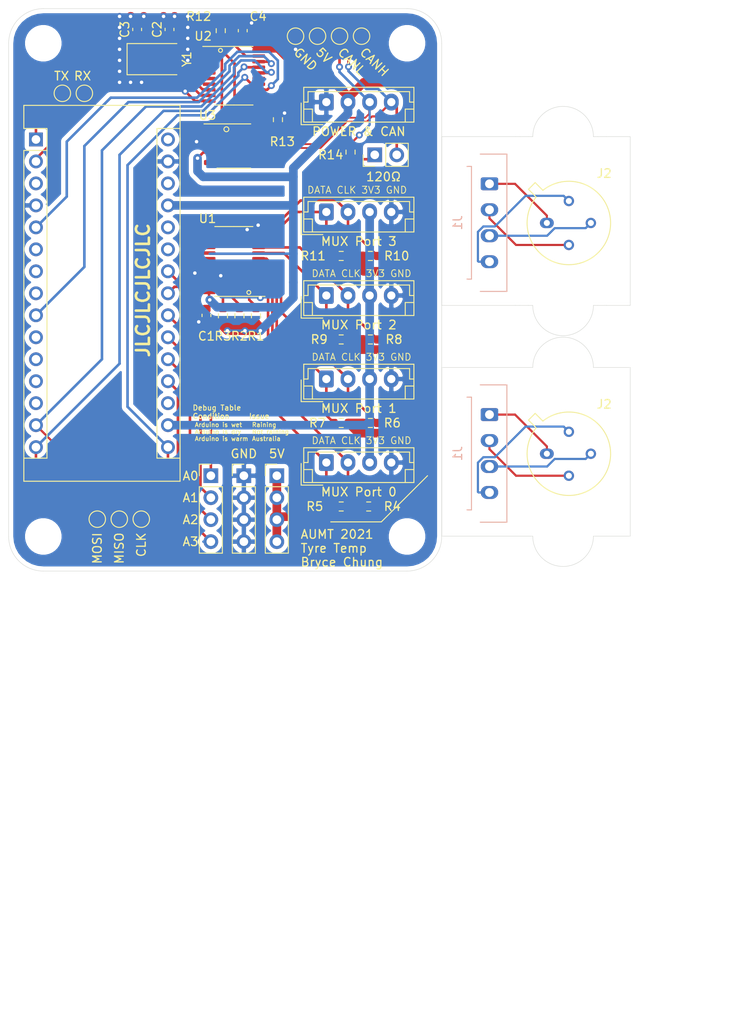
<source format=kicad_pcb>
(kicad_pcb (version 20171130) (host pcbnew "(5.1.9)-1")
  (layers (0 F.Cu signal) (31 B.Cu signal) (34 B.Paste user) (35 F.Paste user) (36 B.SilkS user) (37 F.SilkS user) (38 B.Mask user) (39 F.Mask user) (44 Edge.Cuts user))
  (net 0 "")
  (net 1 CLK_CAN)
  (net 2 MISO_CAN)
  (net 3 "Net-(A1-Pad30)")
  (net 4 MOSI_CAN)
  (net 5 GND)
  (net 6 "Net-(A1-Pad13)")
  (net 7 "Net-(A1-Pad28)")
  (net 8 "Net-(A1-Pad12)")
  (net 9 +5V)
  (net 10 "Net-(A1-Pad11)")
  (net 11 "Net-(A1-Pad26)")
  (net 12 "Net-(A1-Pad10)")
  (net 13 "Net-(A1-Pad25)")
  (net 14 D6)
  (net 15 SCL)
  (net 16 "Net-(A1-Pad8)")
  (net 17 SDA)
  (net 18 "Net-(A1-Pad7)")
  (net 19 "Net-(A1-Pad6)")
  (net 20 D2)
  (net 21 "Net-(A1-Pad3)")
  (net 22 "Net-(A1-Pad18)")
  (net 23 "Net-(A1-Pad2)")
  (net 24 +3V3)
  (net 25 "Net-(A1-Pad1)")
  (net 26 "Net-(J8-Pad1)")
  (net 27 "Net-(R1-Pad2)")
  (net 28 "Net-(R12-Pad2)")
  (net 29 "Net-(U2-Pad15)")
  (net 30 "Net-(U2-Pad12)")
  (net 31 "Net-(U2-Pad11)")
  (net 32 "Net-(C3-Pad1)")
  (net 33 "Net-(C2-Pad1)")
  (net 34 "Net-(U2-Pad7)")
  (net 35 "Net-(U2-Pad6)")
  (net 36 "Net-(U2-Pad5)")
  (net 37 "Net-(U2-Pad4)")
  (net 38 "Net-(U2-Pad3)")
  (net 39 "Net-(U2-Pad2)")
  (net 40 "Net-(U2-Pad1)")
  (net 41 "Net-(R13-Pad1)")
  (net 42 "Net-(U3-Pad5)")
  (net 43 CAN+)
  (net 44 CAN-)
  (net 45 "Net-(J4-Pad2)")
  (net 46 "Net-(J4-Pad1)")
  (net 47 "Net-(J5-Pad2)")
  (net 48 "Net-(J5-Pad1)")
  (net 49 "Net-(J6-Pad2)")
  (net 50 "Net-(J6-Pad1)")
  (net 51 "Net-(J7-Pad2)")
  (net 52 "Net-(J7-Pad1)")
  (net 53 "Net-(U1-Pad20)")
  (net 54 "Net-(U1-Pad19)")
  (net 55 "Net-(U1-Pad18)")
  (net 56 "Net-(U1-Pad17)")
  (net 57 "Net-(U1-Pad16)")
  (net 58 "Net-(U1-Pad15)")
  (net 59 "Net-(U1-Pad14)")
  (net 60 "Net-(U1-Pad13)")
  (net 61 A3)
  (net 62 A2)
  (net 63 A1)
  (net 64 A0)
  (module MountingHole:MountingHole_3.2mm_M3 (layer F.Cu) (at 134.015 54.795)
    (fp_text reference REF** hide)
    (fp_text value MountingHole_3.2mm_M3 hide)
    (pad 1 np_thru_hole circle (at 0 0) (size 3.2 3.2) (drill 3.2) (layers *.Cu *.Mask))
  )
  (module Connector_Molex:Molex_Micro-Fit_3.0_43650-0415_1x04_P3.00mm_Vertical (layer B.Cu) (at 125.515 60.245 270)
    (fp_text reference J1 (at 4.5 3.67 270) (layer B.SilkS) (effects (justify mirror)))
    (fp_text value Molex)
    (pad 4 thru_hole oval (at 9 0 270) (size 1.5 2.02) (drill 1.02) (layers *.Cu *.Mask))
    (pad 3 thru_hole oval (at 6 0 270) (size 1.5 2.02) (drill 1.02) (layers *.Cu *.Mask))
    (pad 2 thru_hole oval (at 3 0 270) (size 1.5 2.02) (drill 1.02) (layers *.Cu *.Mask))
    (pad 1 thru_hole roundrect (at 0 0 270) (size 1.5 2.02) (drill 1.02) (layers *.Cu *.Mask) (roundrect_rratio 0.166667))
    (pad "" np_thru_hole circle (at 12 1.96 270) (size 1.27 1.27) (drill 1.27) (layers *.Cu *.Mask))
    (pad "" np_thru_hole circle (at -3 1.96 270) (size 1.27 1.27) (drill 1.27) (layers *.Cu *.Mask))
  )
  (module Package_TO_SOT_THT:TO-39-4_Window (layer F.Cu) (at 132.140001 64.770001)
    (fp_text reference J2 (at 6.624999 -5.725001) (layer F.SilkS))
    (fp_text value "MLX Sensor")
    (pad 4 thru_hole oval (at 2.54 -2.54) (size 1.2 1.2) (drill 0.7) (layers *.Cu *.Mask))
    (pad 3 thru_hole oval (at 5.08 0) (size 1.2 1.2) (drill 0.7) (layers *.Cu *.Mask))
    (pad 2 thru_hole oval (at 2.54 2.54) (size 1.2 1.2) (drill 0.7) (layers *.Cu *.Mask))
    (pad 1 thru_hole oval (at 0 0) (size 1.6 1.2) (drill 0.7) (layers *.Cu *.Mask))
  )
  (module MountingHole:MountingHole_3.2mm_M3 (layer F.Cu) (at 134.015 74.295)
    (fp_text reference REF** hide)
    (fp_text value MountingHole_3.2mm_M3 hide)
    (pad 1 np_thru_hole circle (at 0 0) (size 3.2 3.2) (drill 3.2) (layers *.Cu *.Mask))
  )
  (module MountingHole:MountingHole_3.2mm_M3 (layer F.Cu) (at 134.015 81.465)
    (fp_text reference REF** hide)
    (fp_text value MountingHole_3.2mm_M3 hide)
    (pad 1 np_thru_hole circle (at 0 0) (size 3.2 3.2) (drill 3.2) (layers *.Cu *.Mask))
  )
  (module Connector_Molex:Molex_Micro-Fit_3.0_43650-0415_1x04_P3.00mm_Vertical (layer B.Cu) (at 125.515 86.915 270)
    (fp_text reference J1 (at 4.5 3.67 270) (layer B.SilkS) (effects (justify mirror)))
    (fp_text value Molex)
    (pad 4 thru_hole oval (at 9 0 270) (size 1.5 2.02) (drill 1.02) (layers *.Cu *.Mask))
    (pad 3 thru_hole oval (at 6 0 270) (size 1.5 2.02) (drill 1.02) (layers *.Cu *.Mask))
    (pad 2 thru_hole oval (at 3 0 270) (size 1.5 2.02) (drill 1.02) (layers *.Cu *.Mask))
    (pad 1 thru_hole roundrect (at 0 0 270) (size 1.5 2.02) (drill 1.02) (layers *.Cu *.Mask) (roundrect_rratio 0.166667))
    (pad "" np_thru_hole circle (at 12 1.96 270) (size 1.27 1.27) (drill 1.27) (layers *.Cu *.Mask))
    (pad "" np_thru_hole circle (at -3 1.96 270) (size 1.27 1.27) (drill 1.27) (layers *.Cu *.Mask))
  )
  (module Package_TO_SOT_THT:TO-39-4_Window (layer F.Cu) (at 132.140001 91.440001)
    (fp_text reference J2 (at 6.624999 -5.725001) (layer F.SilkS))
    (fp_text value "MLX Sensor")
    (pad 4 thru_hole oval (at 2.54 -2.54) (size 1.2 1.2) (drill 0.7) (layers *.Cu *.Mask))
    (pad 3 thru_hole oval (at 5.08 0) (size 1.2 1.2) (drill 0.7) (layers *.Cu *.Mask))
    (pad 2 thru_hole oval (at 2.54 2.54) (size 1.2 1.2) (drill 0.7) (layers *.Cu *.Mask))
    (pad 1 thru_hole oval (at 0 0) (size 1.6 1.2) (drill 0.7) (layers *.Cu *.Mask))
  )
  (module MountingHole:MountingHole_3.2mm_M3 (layer F.Cu) (at 134.015 100.965)
    (fp_text reference REF** hide)
    (fp_text value MountingHole_3.2mm_M3 hide)
    (pad 1 np_thru_hole circle (at 0 0) (size 3.2 3.2) (drill 3.2) (layers *.Cu *.Mask))
  )
  (module Module:Arduino_Nano (layer F.Cu) (at 73.152 55.118)
    (fp_text reference A1 hide)
    (fp_text value Arduino_Nano_v3.x)
    (pad 16 thru_hole oval (at 15.24 35.56) (size 1.6 1.6) (drill 1) (layers *.Cu *.Mask) (net 1 CLK_CAN))
    (pad 15 thru_hole oval (at 0 35.56) (size 1.6 1.6) (drill 1) (layers *.Cu *.Mask) (net 2 MISO_CAN))
    (pad 30 thru_hole oval (at 15.24 0) (size 1.6 1.6) (drill 1) (layers *.Cu *.Mask) (net 3 "Net-(A1-Pad30)"))
    (pad 14 thru_hole oval (at 0 33.02) (size 1.6 1.6) (drill 1) (layers *.Cu *.Mask) (net 4 MOSI_CAN))
    (pad 29 thru_hole oval (at 15.24 2.54) (size 1.6 1.6) (drill 1) (layers *.Cu *.Mask) (net 5 GND))
    (pad 13 thru_hole oval (at 0 30.48) (size 1.6 1.6) (drill 1) (layers *.Cu *.Mask) (net 6 "Net-(A1-Pad13)"))
    (pad 28 thru_hole oval (at 15.24 5.08) (size 1.6 1.6) (drill 1) (layers *.Cu *.Mask) (net 7 "Net-(A1-Pad28)"))
    (pad 12 thru_hole oval (at 0 27.94) (size 1.6 1.6) (drill 1) (layers *.Cu *.Mask) (net 8 "Net-(A1-Pad12)"))
    (pad 27 thru_hole oval (at 15.24 7.62) (size 1.6 1.6) (drill 1) (layers *.Cu *.Mask) (net 9 +5V))
    (pad 11 thru_hole oval (at 0 25.4) (size 1.6 1.6) (drill 1) (layers *.Cu *.Mask) (net 10 "Net-(A1-Pad11)"))
    (pad 26 thru_hole oval (at 15.24 10.16) (size 1.6 1.6) (drill 1) (layers *.Cu *.Mask) (net 11 "Net-(A1-Pad26)"))
    (pad 10 thru_hole oval (at 0 22.86) (size 1.6 1.6) (drill 1) (layers *.Cu *.Mask) (net 12 "Net-(A1-Pad10)"))
    (pad 25 thru_hole oval (at 15.24 12.7) (size 1.6 1.6) (drill 1) (layers *.Cu *.Mask) (net 13 "Net-(A1-Pad25)"))
    (pad 9 thru_hole oval (at 0 20.32) (size 1.6 1.6) (drill 1) (layers *.Cu *.Mask) (net 14 D6))
    (pad 24 thru_hole oval (at 15.24 15.24) (size 1.6 1.6) (drill 1) (layers *.Cu *.Mask) (net 15 SCL))
    (pad 8 thru_hole oval (at 0 17.78) (size 1.6 1.6) (drill 1) (layers *.Cu *.Mask) (net 16 "Net-(A1-Pad8)"))
    (pad 23 thru_hole oval (at 15.24 17.78) (size 1.6 1.6) (drill 1) (layers *.Cu *.Mask) (net 17 SDA))
    (pad 7 thru_hole oval (at 0 15.24) (size 1.6 1.6) (drill 1) (layers *.Cu *.Mask) (net 18 "Net-(A1-Pad7)"))
    (pad 22 thru_hole oval (at 15.24 20.32) (size 1.6 1.6) (drill 1) (layers *.Cu *.Mask) (net 61 A3))
    (pad 6 thru_hole oval (at 0 12.7) (size 1.6 1.6) (drill 1) (layers *.Cu *.Mask) (net 19 "Net-(A1-Pad6)"))
    (pad 21 thru_hole oval (at 15.24 22.86) (size 1.6 1.6) (drill 1) (layers *.Cu *.Mask) (net 62 A2))
    (pad 5 thru_hole oval (at 0 10.16) (size 1.6 1.6) (drill 1) (layers *.Cu *.Mask) (net 20 D2))
    (pad 20 thru_hole oval (at 15.24 25.4) (size 1.6 1.6) (drill 1) (layers *.Cu *.Mask) (net 63 A1))
    (pad 4 thru_hole oval (at 0 7.62) (size 1.6 1.6) (drill 1) (layers *.Cu *.Mask) (net 5 GND))
    (pad 19 thru_hole oval (at 15.24 27.94) (size 1.6 1.6) (drill 1) (layers *.Cu *.Mask) (net 64 A0))
    (pad 3 thru_hole oval (at 0 5.08) (size 1.6 1.6) (drill 1) (layers *.Cu *.Mask) (net 21 "Net-(A1-Pad3)"))
    (pad 18 thru_hole oval (at 15.24 30.48) (size 1.6 1.6) (drill 1) (layers *.Cu *.Mask) (net 22 "Net-(A1-Pad18)"))
    (pad 2 thru_hole oval (at 0 2.54) (size 1.6 1.6) (drill 1) (layers *.Cu *.Mask) (net 23 "Net-(A1-Pad2)"))
    (pad 17 thru_hole oval (at 15.24 33.02) (size 1.6 1.6) (drill 1) (layers *.Cu *.Mask) (net 24 +3V3))
    (pad 1 thru_hole rect (at 0 0) (size 1.6 1.6) (drill 1) (layers *.Cu *.Mask) (net 25 "Net-(A1-Pad1)"))
  )
  (module "" (layer F.Cu) (at 79.502 101.6)
    (fp_text reference "" (at 73.152 55.118) (layer F.SilkS) (effects (font (size 1.27 1.27))))
    (fp_text value "" (at 73.152 55.118) (layer F.SilkS) (effects (font (size 1.27 1.27))))
  )
  (module "" (layer F.Cu) (at 80.264 101.854)
    (fp_text reference "" (at 73.152 55.118) (layer F.SilkS) (effects (font (size 1.27 1.27))))
    (fp_text value "" (at 73.152 55.118) (layer F.SilkS) (effects (font (size 1.27 1.27))))
  )
  (module TestPoint:TestPoint_Pad_D1.5mm (layer F.Cu) (at 80.232 99)
    (fp_text reference TP6 hide)
    (fp_text value MISO)
    (pad 1 smd circle (at 0 0) (size 1.5 1.5) (layers F.Cu F.Mask) (net 2 MISO_CAN))
  )
  (module TestPoint:TestPoint_Pad_D1.5mm (layer F.Cu) (at 108.204 43.18)
    (fp_text reference TP3 hide)
    (fp_text value CAN- hide)
    (pad 1 smd circle (at 0 0) (size 1.5 1.5) (layers F.Cu F.Mask) (net 43 CAN+))
  )
  (module TestPoint:TestPoint_Pad_D1.5mm (layer F.Cu) (at 105.664 43.18)
    (fp_text reference TP4 hide)
    (fp_text value 5V)
    (pad 1 smd circle (at 0 0) (size 1.5 1.5) (layers F.Cu F.Mask) (net 9 +5V))
  )
  (module TestPoint:TestPoint_Pad_D1.5mm (layer F.Cu) (at 110.744 43.18)
    (fp_text reference TP1 hide)
    (fp_text value CAN+ hide)
    (pad 1 smd circle (at 0 0) (size 1.5 1.5) (layers F.Cu F.Mask) (net 44 CAN-))
  )
  (module Connector_PinHeader_2.54mm:PinHeader_1x04_P2.54mm_Vertical (layer F.Cu) (at 97.155 93.98)
    (fp_text reference J9 hide)
    (fp_text value GND)
    (pad 4 thru_hole oval (at 0 7.62) (size 1.7 1.7) (drill 1) (layers *.Cu *.Mask) (net 5 GND))
    (pad 3 thru_hole oval (at 0 5.08) (size 1.7 1.7) (drill 1) (layers *.Cu *.Mask) (net 5 GND))
    (pad 2 thru_hole oval (at 0 2.54) (size 1.7 1.7) (drill 1) (layers *.Cu *.Mask) (net 5 GND))
    (pad 1 thru_hole rect (at 0 0) (size 1.7 1.7) (drill 1) (layers *.Cu *.Mask) (net 5 GND))
  )
  (module Connector_PinHeader_2.54mm:PinHeader_1x04_P2.54mm_Vertical (layer F.Cu) (at 93.345 93.98)
    (fp_text reference J3 hide)
    (fp_text value Analog)
    (pad 4 thru_hole oval (at 0 7.62) (size 1.7 1.7) (drill 1) (layers *.Cu *.Mask) (net 64 A0))
    (pad 3 thru_hole oval (at 0 5.08) (size 1.7 1.7) (drill 1) (layers *.Cu *.Mask) (net 63 A1))
    (pad 2 thru_hole oval (at 0 2.54) (size 1.7 1.7) (drill 1) (layers *.Cu *.Mask) (net 62 A2))
    (pad 1 thru_hole rect (at 0 0) (size 1.7 1.7) (drill 1) (layers *.Cu *.Mask) (net 61 A3))
  )
  (module Connector_PinHeader_2.54mm:PinHeader_1x04_P2.54mm_Vertical (layer F.Cu) (at 100.965 93.98)
    (fp_text reference J2 hide)
    (fp_text value 5V)
    (pad 4 thru_hole oval (at 0 7.62) (size 1.7 1.7) (drill 1) (layers *.Cu *.Mask) (net 9 +5V))
    (pad 3 thru_hole oval (at 0 5.08) (size 1.7 1.7) (drill 1) (layers *.Cu *.Mask) (net 9 +5V))
    (pad 2 thru_hole oval (at 0 2.54) (size 1.7 1.7) (drill 1) (layers *.Cu *.Mask) (net 9 +5V))
    (pad 1 thru_hole rect (at 0 0) (size 1.7 1.7) (drill 1) (layers *.Cu *.Mask) (net 9 +5V))
  )
  (module MountingHole:MountingHole_3.2mm_M3 (layer F.Cu) (at 116 101)
    (fp_text reference REF** hide)
    (fp_text value MountingHole_3.2mm_M3 hide)
    (pad 1 np_thru_hole circle (at 0 0) (size 3.2 3.2) (drill 3.2) (layers *.Cu *.Mask))
  )
  (module MountingHole:MountingHole_3.2mm_M3 (layer F.Cu) (at 116 44)
    (fp_text reference REF** hide)
    (fp_text value MountingHole_3.2mm_M3 hide)
    (pad 1 np_thru_hole circle (at 0 0) (size 3.2 3.2) (drill 3.2) (layers *.Cu *.Mask))
  )
  (module MountingHole:MountingHole_3.2mm_M3 (layer F.Cu) (at 74 44)
    (fp_text reference REF** hide)
    (fp_text value MountingHole_3.2mm_M3 hide)
    (pad 1 np_thru_hole circle (at 0 0) (size 3.2 3.2) (drill 3.2) (layers *.Cu *.Mask))
  )
  (module MountingHole:MountingHole_3.2mm_M3 (layer F.Cu) (at 74 101)
    (fp_text reference REF** hide)
    (fp_text value MountingHole_3.2mm_M3 hide)
    (pad 1 np_thru_hole circle (at 0 0) (size 3.2 3.2) (drill 3.2) (layers *.Cu *.Mask))
  )
  (module Crystal:Crystal_SMD_5032-2Pin_5.0x3.2mm (layer F.Cu) (at 86.722 45.836)
    (fp_text reference Y1 (at 3.85 0 270) (layer F.SilkS))
    (fp_text value "8 mhz")
    (pad 2 smd rect (at 1.85 0) (size 2 2.4) (layers F.Cu F.Paste F.Mask) (net 33 "Net-(C2-Pad1)"))
    (pad 1 smd rect (at -1.85 0) (size 2 2.4) (layers F.Cu F.Paste F.Mask) (net 32 "Net-(C3-Pad1)"))
  )
  (module Capacitor_SMD:C_0603_1608Metric (layer F.Cu) (at 88.572 42.405 90)
    (fp_text reference C2 (at 0 -1.43 90) (layer F.SilkS))
    (fp_text value 30pF)
    (pad 2 smd roundrect (at 0.775 0 90) (size 0.9 0.95) (layers F.Cu F.Paste F.Mask) (net 5 GND))
    (pad 1 smd roundrect (at -0.775 0 90) (size 0.9 0.95) (layers F.Cu F.Paste F.Mask) (net 33 "Net-(C2-Pad1)"))
  )
  (module Package_SO:SOIC-8_3.9x4.9mm_P1.27mm (layer F.Cu) (at 96 55.88)
    (fp_text reference U3 (at -3.036 -3.556) (layer F.SilkS))
    (fp_text value MCP2551-I-SN)
    (pad 8 smd roundrect (at 2.475 -1.905) (size 1.95 0.6) (layers F.Cu F.Paste F.Mask) (net 41 "Net-(R13-Pad1)"))
    (pad 7 smd roundrect (at 2.475 -0.635) (size 1.95 0.6) (layers F.Cu F.Paste F.Mask) (net 43 CAN+))
    (pad 6 smd roundrect (at 2.475 0.635) (size 1.95 0.6) (layers F.Cu F.Paste F.Mask) (net 44 CAN-))
    (pad 5 smd roundrect (at 2.475 1.905) (size 1.95 0.6) (layers F.Cu F.Paste F.Mask) (net 42 "Net-(U3-Pad5)"))
    (pad 4 smd roundrect (at -2.475 1.905) (size 1.95 0.6) (layers F.Cu F.Paste F.Mask) (net 39 "Net-(U2-Pad2)"))
    (pad 3 smd roundrect (at -2.475 0.635) (size 1.95 0.6) (layers F.Cu F.Paste F.Mask) (net 9 +5V))
    (pad 2 smd roundrect (at -2.475 -0.635) (size 1.95 0.6) (layers F.Cu F.Paste F.Mask) (net 5 GND))
    (pad 1 smd roundrect (at -2.475 -1.905) (size 1.95 0.6) (layers F.Cu F.Paste F.Mask) (net 40 "Net-(U2-Pad1)"))
  )
  (module Package_SO:TSSOP-20_4.4x6.5mm_P0.65mm (layer F.Cu) (at 96.012 47.752)
    (fp_text reference U2 (at -3.556 -4.572) (layer F.SilkS))
    (fp_text value MCP2515-I/ST)
    (pad 1 smd roundrect (at -2.8625 -2.925) (size 1.475 0.4) (layers F.Cu F.Paste F.Mask) (net 40 "Net-(U2-Pad1)"))
    (pad 2 smd roundrect (at -2.8625 -2.275) (size 1.475 0.4) (layers F.Cu F.Paste F.Mask) (net 39 "Net-(U2-Pad2)"))
    (pad 3 smd roundrect (at -2.8625 -1.625) (size 1.475 0.4) (layers F.Cu F.Paste F.Mask) (net 38 "Net-(U2-Pad3)"))
    (pad 4 smd roundrect (at -2.8625 -0.975) (size 1.475 0.4) (layers F.Cu F.Paste F.Mask) (net 37 "Net-(U2-Pad4)"))
    (pad 5 smd roundrect (at -2.8625 -0.325) (size 1.475 0.4) (layers F.Cu F.Paste F.Mask) (net 36 "Net-(U2-Pad5)"))
    (pad 6 smd roundrect (at -2.8625 0.325) (size 1.475 0.4) (layers F.Cu F.Paste F.Mask) (net 35 "Net-(U2-Pad6)"))
    (pad 7 smd roundrect (at -2.8625 0.975) (size 1.475 0.4) (layers F.Cu F.Paste F.Mask) (net 34 "Net-(U2-Pad7)"))
    (pad 8 smd roundrect (at -2.8625 1.625) (size 1.475 0.4) (layers F.Cu F.Paste F.Mask) (net 33 "Net-(C2-Pad1)"))
    (pad 9 smd roundrect (at -2.8625 2.275) (size 1.475 0.4) (layers F.Cu F.Paste F.Mask) (net 32 "Net-(C3-Pad1)"))
    (pad 10 smd roundrect (at -2.8625 2.925) (size 1.475 0.4) (layers F.Cu F.Paste F.Mask) (net 5 GND))
    (pad 11 smd roundrect (at 2.8625 2.925) (size 1.475 0.4) (layers F.Cu F.Paste F.Mask) (net 31 "Net-(U2-Pad11)"))
    (pad 12 smd roundrect (at 2.8625 2.275) (size 1.475 0.4) (layers F.Cu F.Paste F.Mask) (net 30 "Net-(U2-Pad12)"))
    (pad 13 smd roundrect (at 2.8625 1.625) (size 1.475 0.4) (layers F.Cu F.Paste F.Mask) (net 20 D2))
    (pad 14 smd roundrect (at 2.8625 0.975) (size 1.475 0.4) (layers F.Cu F.Paste F.Mask) (net 1 CLK_CAN))
    (pad 15 smd roundrect (at 2.8625 0.325) (size 1.475 0.4) (layers F.Cu F.Paste F.Mask) (net 29 "Net-(U2-Pad15)"))
    (pad 16 smd roundrect (at 2.8625 -0.325) (size 1.475 0.4) (layers F.Cu F.Paste F.Mask) (net 4 MOSI_CAN))
    (pad 17 smd roundrect (at 2.8625 -0.975) (size 1.475 0.4) (layers F.Cu F.Paste F.Mask) (net 2 MISO_CAN))
    (pad 18 smd roundrect (at 2.8625 -1.625) (size 1.475 0.4) (layers F.Cu F.Paste F.Mask) (net 14 D6))
    (pad 19 smd roundrect (at 2.8625 -2.275) (size 1.475 0.4) (layers F.Cu F.Paste F.Mask) (net 28 "Net-(R12-Pad2)"))
    (pad 20 smd roundrect (at 2.8625 -2.925) (size 1.475 0.4) (layers F.Cu F.Paste F.Mask) (net 9 +5V))
  )
  (module Package_SO:TSSOP-24_4.4x7.8mm_P0.65mm (layer F.Cu) (at 96 69.219 180)
    (fp_text reference U1 (at 3.036 4.957) (layer F.SilkS))
    (fp_text value TCA9548APWR)
    (pad 24 smd roundrect (at 2.8625 -3.575 180) (size 1.475 0.4) (layers F.Cu F.Paste F.Mask) (net 9 +5V))
    (pad 23 smd roundrect (at 2.8625 -2.925 180) (size 1.475 0.4) (layers F.Cu F.Paste F.Mask) (net 17 SDA))
    (pad 22 smd roundrect (at 2.8625 -2.275 180) (size 1.475 0.4) (layers F.Cu F.Paste F.Mask) (net 15 SCL))
    (pad 21 smd roundrect (at 2.8625 -1.625 180) (size 1.475 0.4) (layers F.Cu F.Paste F.Mask) (net 5 GND))
    (pad 20 smd roundrect (at 2.8625 -0.975 180) (size 1.475 0.4) (layers F.Cu F.Paste F.Mask) (net 53 "Net-(U1-Pad20)"))
    (pad 19 smd roundrect (at 2.8625 -0.325 180) (size 1.475 0.4) (layers F.Cu F.Paste F.Mask) (net 54 "Net-(U1-Pad19)"))
    (pad 18 smd roundrect (at 2.8625 0.325 180) (size 1.475 0.4) (layers F.Cu F.Paste F.Mask) (net 55 "Net-(U1-Pad18)"))
    (pad 17 smd roundrect (at 2.8625 0.975 180) (size 1.475 0.4) (layers F.Cu F.Paste F.Mask) (net 56 "Net-(U1-Pad17)"))
    (pad 16 smd roundrect (at 2.8625 1.625 180) (size 1.475 0.4) (layers F.Cu F.Paste F.Mask) (net 57 "Net-(U1-Pad16)"))
    (pad 15 smd roundrect (at 2.8625 2.275 180) (size 1.475 0.4) (layers F.Cu F.Paste F.Mask) (net 58 "Net-(U1-Pad15)"))
    (pad 14 smd roundrect (at 2.8625 2.925 180) (size 1.475 0.4) (layers F.Cu F.Paste F.Mask) (net 59 "Net-(U1-Pad14)"))
    (pad 13 smd roundrect (at 2.8625 3.575 180) (size 1.475 0.4) (layers F.Cu F.Paste F.Mask) (net 60 "Net-(U1-Pad13)"))
    (pad 12 smd roundrect (at -2.8625 3.575 180) (size 1.475 0.4) (layers F.Cu F.Paste F.Mask) (net 5 GND))
    (pad 11 smd roundrect (at -2.8625 2.925 180) (size 1.475 0.4) (layers F.Cu F.Paste F.Mask) (net 51 "Net-(J7-Pad2)"))
    (pad 10 smd roundrect (at -2.8625 2.275 180) (size 1.475 0.4) (layers F.Cu F.Paste F.Mask) (net 52 "Net-(J7-Pad1)"))
    (pad 9 smd roundrect (at -2.8625 1.625 180) (size 1.475 0.4) (layers F.Cu F.Paste F.Mask) (net 49 "Net-(J6-Pad2)"))
    (pad 8 smd roundrect (at -2.8625 0.975 180) (size 1.475 0.4) (layers F.Cu F.Paste F.Mask) (net 50 "Net-(J6-Pad1)"))
    (pad 7 smd roundrect (at -2.8625 0.325 180) (size 1.475 0.4) (layers F.Cu F.Paste F.Mask) (net 47 "Net-(J5-Pad2)"))
    (pad 6 smd roundrect (at -2.8625 -0.325 180) (size 1.475 0.4) (layers F.Cu F.Paste F.Mask) (net 48 "Net-(J5-Pad1)"))
    (pad 5 smd roundrect (at -2.8625 -0.975 180) (size 1.475 0.4) (layers F.Cu F.Paste F.Mask) (net 45 "Net-(J4-Pad2)"))
    (pad 4 smd roundrect (at -2.8625 -1.625 180) (size 1.475 0.4) (layers F.Cu F.Paste F.Mask) (net 46 "Net-(J4-Pad1)"))
    (pad 3 smd roundrect (at -2.8625 -2.275 180) (size 1.475 0.4) (layers F.Cu F.Paste F.Mask) (net 27 "Net-(R1-Pad2)"))
    (pad 2 smd roundrect (at -2.8625 -2.925 180) (size 1.475 0.4) (layers F.Cu F.Paste F.Mask) (net 5 GND))
    (pad 1 smd roundrect (at -2.8625 -3.575 180) (size 1.475 0.4) (layers F.Cu F.Paste F.Mask) (net 5 GND))
  )
  (module TestPoint:TestPoint_Pad_D1.5mm (layer F.Cu) (at 76.2 49.784)
    (fp_text reference TP9 hide)
    (fp_text value TX)
    (pad 1 smd circle (at 0 0) (size 1.5 1.5) (layers F.Cu F.Mask) (net 25 "Net-(A1-Pad1)"))
  )
  (module TestPoint:TestPoint_Pad_D1.5mm (layer F.Cu) (at 78.74 49.784)
    (fp_text reference TP8 hide)
    (fp_text value RX)
    (pad 1 smd circle (at 0 0) (size 1.5 1.5) (layers F.Cu F.Mask) (net 23 "Net-(A1-Pad2)"))
  )
  (module TestPoint:TestPoint_Pad_D1.5mm (layer F.Cu) (at 85.312 99)
    (fp_text reference TP7 hide)
    (fp_text value CLK)
    (pad 1 smd circle (at 0 0) (size 1.5 1.5) (layers F.Cu F.Mask) (net 1 CLK_CAN))
  )
  (module TestPoint:TestPoint_Pad_D1.5mm (layer F.Cu) (at 82.772 99)
    (fp_text reference TP5 hide)
    (fp_text value MOSI)
    (pad 1 smd circle (at 0 0) (size 1.5 1.5) (layers F.Cu F.Mask) (net 4 MOSI_CAN))
  )
  (module TestPoint:TestPoint_Pad_D1.5mm (layer F.Cu) (at 103.124 43.18)
    (fp_text reference TP2 hide)
    (fp_text value GND)
    (pad 1 smd circle (at 0 0) (size 1.5 1.5) (layers F.Cu F.Mask) (net 5 GND))
  )
  (module Resistor_SMD:R_0603_1608Metric (layer F.Cu) (at 109.474 56.579 90)
    (fp_text reference R14 (at -0.317 -2.286 180) (layer F.SilkS))
    (fp_text value 120)
    (pad 2 smd roundrect (at 0.825 0 90) (size 0.8 0.95) (layers F.Cu F.Paste F.Mask) (net 43 CAN+))
    (pad 1 smd roundrect (at -0.825 0 90) (size 0.8 0.95) (layers F.Cu F.Paste F.Mask) (net 26 "Net-(J8-Pad1)"))
  )
  (module Resistor_SMD:R_0603_1608Metric (layer F.Cu) (at 101.092 52.832 90)
    (fp_text reference R13 (at -2.54 0.508 180) (layer F.SilkS))
    (fp_text value 10K)
    (pad 2 smd roundrect (at 0.825 0 90) (size 0.8 0.95) (layers F.Cu F.Paste F.Mask) (net 5 GND))
    (pad 1 smd roundrect (at -0.825 0 90) (size 0.8 0.95) (layers F.Cu F.Paste F.Mask) (net 41 "Net-(R13-Pad1)"))
  )
  (module Resistor_SMD:R_0603_1608Metric (layer F.Cu) (at 94.488 42.545 270)
    (fp_text reference R12 (at -1.651 2.54 180) (layer F.SilkS))
    (fp_text value 10k)
    (pad 2 smd roundrect (at 0.825 0 270) (size 0.8 0.95) (layers F.Cu F.Paste F.Mask) (net 28 "Net-(R12-Pad2)"))
    (pad 1 smd roundrect (at -0.825 0 270) (size 0.8 0.95) (layers F.Cu F.Paste F.Mask) (net 9 +5V))
  )
  (module Resistor_SMD:R_0603_1608Metric (layer F.Cu) (at 108.395 68.58 180)
    (fp_text reference R11 (at 3.239 0) (layer F.SilkS))
    (fp_text value 4.7k)
    (pad 2 smd roundrect (at 0.825 0 180) (size 0.8 0.95) (layers F.Cu F.Paste F.Mask) (net 52 "Net-(J7-Pad1)"))
    (pad 1 smd roundrect (at -0.825 0 180) (size 0.8 0.95) (layers F.Cu F.Paste F.Mask) (net 9 +5V))
  )
  (module Resistor_SMD:R_0603_1608Metric (layer F.Cu) (at 111.76 68.58)
    (fp_text reference R10 (at 3.048 0) (layer F.SilkS))
    (fp_text value 4.7k)
    (pad 2 smd roundrect (at 0.825 0) (size 0.8 0.95) (layers F.Cu F.Paste F.Mask) (net 51 "Net-(J7-Pad2)"))
    (pad 1 smd roundrect (at -0.825 0) (size 0.8 0.95) (layers F.Cu F.Paste F.Mask) (net 9 +5V))
  )
  (module Resistor_SMD:R_0603_1608Metric (layer F.Cu) (at 108.395 78.232 180)
    (fp_text reference R9 (at 2.54 0) (layer F.SilkS))
    (fp_text value 4.7k)
    (pad 2 smd roundrect (at 0.825 0 180) (size 0.8 0.95) (layers F.Cu F.Paste F.Mask) (net 50 "Net-(J6-Pad1)"))
    (pad 1 smd roundrect (at -0.825 0 180) (size 0.8 0.95) (layers F.Cu F.Paste F.Mask) (net 9 +5V))
  )
  (module Resistor_SMD:R_0603_1608Metric (layer F.Cu) (at 111.76 78.232)
    (fp_text reference R8 (at 2.731 0) (layer F.SilkS))
    (fp_text value 4.7k)
    (pad 2 smd roundrect (at 0.825 0) (size 0.8 0.95) (layers F.Cu F.Paste F.Mask) (net 49 "Net-(J6-Pad2)"))
    (pad 1 smd roundrect (at -0.825 0) (size 0.8 0.95) (layers F.Cu F.Paste F.Mask) (net 9 +5V))
  )
  (module Resistor_SMD:R_0603_1608Metric (layer F.Cu) (at 108.395 87.884 180)
    (fp_text reference R7 (at 2.731 0) (layer F.SilkS))
    (fp_text value 4.7k)
    (pad 2 smd roundrect (at 0.825 0 180) (size 0.8 0.95) (layers F.Cu F.Paste F.Mask) (net 48 "Net-(J5-Pad1)"))
    (pad 1 smd roundrect (at -0.825 0 180) (size 0.8 0.95) (layers F.Cu F.Paste F.Mask) (net 9 +5V))
  )
  (module Resistor_SMD:R_0603_1608Metric (layer F.Cu) (at 111.76 87.884)
    (fp_text reference R6 (at 2.54 0) (layer F.SilkS))
    (fp_text value 4.7k)
    (pad 2 smd roundrect (at 0.825 0) (size 0.8 0.95) (layers F.Cu F.Paste F.Mask) (net 47 "Net-(J5-Pad2)"))
    (pad 1 smd roundrect (at -0.825 0) (size 0.8 0.95) (layers F.Cu F.Paste F.Mask) (net 9 +5V))
  )
  (module Resistor_SMD:R_0603_1608Metric (layer F.Cu) (at 108.395 97.536 180)
    (fp_text reference R5 (at 3.048 0) (layer F.SilkS))
    (fp_text value 4.7k)
    (pad 2 smd roundrect (at 0.825 0 180) (size 0.8 0.95) (layers F.Cu F.Paste F.Mask) (net 46 "Net-(J4-Pad1)"))
    (pad 1 smd roundrect (at -0.825 0 180) (size 0.8 0.95) (layers F.Cu F.Paste F.Mask) (net 9 +5V))
  )
  (module Resistor_SMD:R_0603_1608Metric (layer F.Cu) (at 111.569 97.536)
    (fp_text reference R4 (at 2.731 0) (layer F.SilkS))
    (fp_text value 4.7k)
    (pad 2 smd roundrect (at 0.825 0) (size 0.8 0.95) (layers F.Cu F.Paste F.Mask) (net 45 "Net-(J4-Pad2)"))
    (pad 1 smd roundrect (at -0.825 0) (size 0.8 0.95) (layers F.Cu F.Paste F.Mask) (net 9 +5V))
  )
  (module Resistor_SMD:R_0603_1608Metric (layer F.Cu) (at 94.742 75.501 90)
    (fp_text reference R3 (at -2.349 0 180) (layer F.SilkS))
    (fp_text value 4.7k)
    (pad 2 smd roundrect (at 0.825 0 90) (size 0.8 0.95) (layers F.Cu F.Paste F.Mask) (net 17 SDA))
    (pad 1 smd roundrect (at -0.825 0 90) (size 0.8 0.95) (layers F.Cu F.Paste F.Mask) (net 9 +5V))
  )
  (module Resistor_SMD:R_0603_1608Metric (layer F.Cu) (at 96.647 75.501 90)
    (fp_text reference R2 (at -2.349 0 180) (layer F.SilkS))
    (fp_text value 4.7k)
    (pad 2 smd roundrect (at 0.825 0 90) (size 0.8 0.95) (layers F.Cu F.Paste F.Mask) (net 15 SCL))
    (pad 1 smd roundrect (at -0.825 0 90) (size 0.8 0.95) (layers F.Cu F.Paste F.Mask) (net 9 +5V))
  )
  (module Resistor_SMD:R_0603_1608Metric (layer F.Cu) (at 98.552 75.501 90)
    (fp_text reference R1 (at -2.349 0 180) (layer F.SilkS))
    (fp_text value 10k)
    (pad 2 smd roundrect (at 0.825 0 90) (size 0.8 0.95) (layers F.Cu F.Paste F.Mask) (net 27 "Net-(R1-Pad2)"))
    (pad 1 smd roundrect (at -0.825 0 90) (size 0.8 0.95) (layers F.Cu F.Paste F.Mask) (net 9 +5V))
  )
  (module Connector_PinHeader_2.54mm:PinHeader_1x02_P2.54mm_Vertical (layer F.Cu) (at 112.268 56.896 90)
    (fp_text reference J8 hide)
    (fp_text value Conn_01x02)
    (pad 2 thru_hole oval (at 0 2.54 90) (size 1.7 1.7) (drill 1) (layers *.Cu *.Mask) (net 44 CAN-))
    (pad 1 thru_hole rect (at 0 0 90) (size 1.7 1.7) (drill 1) (layers *.Cu *.Mask) (net 26 "Net-(J8-Pad1)"))
  )
  (module Connector_JST:JST_EH_B4B-EH-A_1x04_P2.50mm_Vertical (layer F.Cu) (at 106.68 63.5)
    (fp_text reference J7 hide)
    (fp_text value "MUX Port 3" (at 3.75 3.4) (layer F.SilkS))
    (pad 4 thru_hole oval (at 7.5 0) (size 1.7 1.95) (drill 0.95) (layers *.Cu *.Mask) (net 5 GND))
    (pad 3 thru_hole oval (at 5 0) (size 1.7 1.95) (drill 0.95) (layers *.Cu *.Mask) (net 24 +3V3))
    (pad 2 thru_hole oval (at 2.5 0) (size 1.7 1.95) (drill 0.95) (layers *.Cu *.Mask) (net 51 "Net-(J7-Pad2)"))
    (pad 1 thru_hole roundrect (at 0 0) (size 1.7 1.95) (drill 0.95) (layers *.Cu *.Mask) (roundrect_rratio 0.1470588235294118) (net 52 "Net-(J7-Pad1)"))
  )
  (module Connector_JST:JST_EH_B4B-EH-A_1x04_P2.50mm_Vertical (layer F.Cu) (at 106.68 73.152)
    (fp_text reference J6 hide)
    (fp_text value "MUX Port 2" (at 3.75 3.4) (layer F.SilkS))
    (pad 4 thru_hole oval (at 7.5 0) (size 1.7 1.95) (drill 0.95) (layers *.Cu *.Mask) (net 5 GND))
    (pad 3 thru_hole oval (at 5 0) (size 1.7 1.95) (drill 0.95) (layers *.Cu *.Mask) (net 24 +3V3))
    (pad 2 thru_hole oval (at 2.5 0) (size 1.7 1.95) (drill 0.95) (layers *.Cu *.Mask) (net 49 "Net-(J6-Pad2)"))
    (pad 1 thru_hole roundrect (at 0 0) (size 1.7 1.95) (drill 0.95) (layers *.Cu *.Mask) (roundrect_rratio 0.1470588235294118) (net 50 "Net-(J6-Pad1)"))
  )
  (module Connector_JST:JST_EH_B4B-EH-A_1x04_P2.50mm_Vertical (layer F.Cu) (at 106.68 82.804)
    (fp_text reference J5 hide)
    (fp_text value "MUX Port 1" (at 3.75 3.4) (layer F.SilkS))
    (pad 4 thru_hole oval (at 7.5 0) (size 1.7 1.95) (drill 0.95) (layers *.Cu *.Mask) (net 5 GND))
    (pad 3 thru_hole oval (at 5 0) (size 1.7 1.95) (drill 0.95) (layers *.Cu *.Mask) (net 24 +3V3))
    (pad 2 thru_hole oval (at 2.5 0) (size 1.7 1.95) (drill 0.95) (layers *.Cu *.Mask) (net 47 "Net-(J5-Pad2)"))
    (pad 1 thru_hole roundrect (at 0 0) (size 1.7 1.95) (drill 0.95) (layers *.Cu *.Mask) (roundrect_rratio 0.1470588235294118) (net 48 "Net-(J5-Pad1)"))
  )
  (module Connector_JST:JST_EH_B4B-EH-A_1x04_P2.50mm_Vertical (layer F.Cu) (at 106.68 92.456)
    (fp_text reference J4 hide)
    (fp_text value "MUX Port 0" (at 3.75 3.4) (layer F.SilkS))
    (pad 4 thru_hole oval (at 7.5 0) (size 1.7 1.95) (drill 0.95) (layers *.Cu *.Mask) (net 5 GND))
    (pad 3 thru_hole oval (at 5 0) (size 1.7 1.95) (drill 0.95) (layers *.Cu *.Mask) (net 24 +3V3))
    (pad 2 thru_hole oval (at 2.5 0) (size 1.7 1.95) (drill 0.95) (layers *.Cu *.Mask) (net 45 "Net-(J4-Pad2)"))
    (pad 1 thru_hole roundrect (at 0 0) (size 1.7 1.95) (drill 0.95) (layers *.Cu *.Mask) (roundrect_rratio 0.1470588235294118) (net 46 "Net-(J4-Pad1)"))
  )
  (module Connector_JST:JST_EH_B4B-EH-A_1x04_P2.50mm_Vertical (layer F.Cu) (at 106.68 50.8)
    (fp_text reference J1 hide)
    (fp_text value "POWER & CAN" (at 3.75 3.4) (layer F.SilkS))
    (pad 4 thru_hole oval (at 7.5 0) (size 1.7 1.95) (drill 0.95) (layers *.Cu *.Mask) (net 44 CAN-))
    (pad 3 thru_hole oval (at 5 0) (size 1.7 1.95) (drill 0.95) (layers *.Cu *.Mask) (net 43 CAN+))
    (pad 2 thru_hole oval (at 2.5 0) (size 1.7 1.95) (drill 0.95) (layers *.Cu *.Mask) (net 9 +5V))
    (pad 1 thru_hole roundrect (at 0 0) (size 1.7 1.95) (drill 0.95) (layers *.Cu *.Mask) (roundrect_rratio 0.1470588235294118) (net 5 GND))
  )
  (module Capacitor_SMD:C_0603_1608Metric (layer F.Cu) (at 97.028 42.545 90)
    (fp_text reference C4 (at 1.651 1.778 180) (layer F.SilkS))
    (fp_text value 10uF)
    (pad 2 smd roundrect (at 0.775 0 90) (size 0.9 0.95) (layers F.Cu F.Paste F.Mask) (net 5 GND))
    (pad 1 smd roundrect (at -0.775 0 90) (size 0.9 0.95) (layers F.Cu F.Paste F.Mask) (net 9 +5V))
  )
  (module Capacitor_SMD:C_0603_1608Metric (layer F.Cu) (at 84.836 42.405 90)
    (fp_text reference C3 (at 0 -1.43 90) (layer F.SilkS))
    (fp_text value 30pF)
    (pad 2 smd roundrect (at 0.775 0 90) (size 0.9 0.95) (layers F.Cu F.Paste F.Mask) (net 5 GND))
    (pad 1 smd roundrect (at -0.775 0 90) (size 0.9 0.95) (layers F.Cu F.Paste F.Mask) (net 32 "Net-(C3-Pad1)"))
  )
  (module Capacitor_SMD:C_0603_1608Metric (layer F.Cu) (at 92.837 75.451 90)
    (fp_text reference C1 (at -2.4 0 180) (layer F.SilkS))
    (fp_text value 10uF)
    (pad 2 smd roundrect (at 0.775 0 90) (size 0.9 0.95) (layers F.Cu F.Paste F.Mask) (net 9 +5V))
    (pad 1 smd roundrect (at -0.775 0 90) (size 0.9 0.95) (layers F.Cu F.Paste F.Mask) (net 5 GND))
  )
  (gr_line (start 120.015 74.295) (end 128.515 74.295) (layer Edge.Cuts) (width 0.05))
  (gr_line (start 120.015 54.795) (end 128.515 54.795) (layer Edge.Cuts) (width 0.05))
  (gr_line (start 120.015 54.795) (end 120.015 74.295) (layer Edge.Cuts) (width 0.05))
  (gr_arc (start 134.015 54.795) (end 137.515 54.795) (angle -180) (layer Edge.Cuts) (width 0.05))
  (gr_line (start 130.515 54.795) (end 130.015 54.795) (layer Edge.Cuts) (width 0.05))
  (gr_line (start 139.015 54.795) (end 141.765 54.795) (layer Edge.Cuts) (width 0.05))
  (gr_line (start 129.015 74.295) (end 130.015 74.295) (layer Edge.Cuts) (width 0.05))
  (gr_line (start 128.515 74.295) (end 129.015 74.295) (layer Edge.Cuts) (width 0.05))
  (gr_line (start 137.515 74.295) (end 138.015 74.295) (layer Edge.Cuts) (width 0.05))
  (gr_line (start 128.515 54.795) (end 129.015 54.795) (layer Edge.Cuts) (width 0.05))
  (gr_line (start 138.015 54.795) (end 139.015 54.795) (layer Edge.Cuts) (width 0.05))
  (gr_arc (start 134.015 74.295) (end 130.515 74.295) (angle -180) (layer Edge.Cuts) (width 0.05))
  (gr_line (start 141.765 54.795) (end 141.765 74.295) (layer Edge.Cuts) (width 0.05))
  (gr_line (start 130.015 54.795) (end 129.015 54.795) (layer Edge.Cuts) (width 0.05))
  (gr_line (start 138.015 74.295) (end 139.015 74.295) (layer Edge.Cuts) (width 0.05))
  (gr_line (start 141.765 74.295) (end 139.015 74.295) (layer Edge.Cuts) (width 0.05))
  (gr_line (start 130.515 74.295) (end 130.015 74.295) (layer Edge.Cuts) (width 0.05))
  (gr_line (start 137.515 54.795) (end 138.015 54.795) (layer Edge.Cuts) (width 0.05))
  (gr_line (start 120.015 100.965) (end 128.515 100.965) (layer Edge.Cuts) (width 0.05))
  (gr_line (start 120.015 81.465) (end 128.515 81.465) (layer Edge.Cuts) (width 0.05))
  (gr_line (start 120.015 81.465) (end 120.015 100.965) (layer Edge.Cuts) (width 0.05))
  (gr_arc (start 134.015 81.465) (end 137.515 81.465) (angle -180) (layer Edge.Cuts) (width 0.05))
  (gr_line (start 130.515 81.465) (end 130.015 81.465) (layer Edge.Cuts) (width 0.05))
  (gr_line (start 139.015 81.465) (end 141.765 81.465) (layer Edge.Cuts) (width 0.05))
  (gr_line (start 129.015 100.965) (end 130.015 100.965) (layer Edge.Cuts) (width 0.05))
  (gr_line (start 128.515 100.965) (end 129.015 100.965) (layer Edge.Cuts) (width 0.05))
  (gr_line (start 137.515 100.965) (end 138.015 100.965) (layer Edge.Cuts) (width 0.05))
  (gr_line (start 128.515 81.465) (end 129.015 81.465) (layer Edge.Cuts) (width 0.05))
  (gr_line (start 138.015 81.465) (end 139.015 81.465) (layer Edge.Cuts) (width 0.05))
  (gr_arc (start 134.015 100.965) (end 130.515 100.965) (angle -180) (layer Edge.Cuts) (width 0.05))
  (gr_line (start 141.765 81.465) (end 141.765 100.965) (layer Edge.Cuts) (width 0.05))
  (gr_line (start 130.015 81.465) (end 129.015 81.465) (layer Edge.Cuts) (width 0.05))
  (gr_line (start 138.015 100.965) (end 139.015 100.965) (layer Edge.Cuts) (width 0.05))
  (gr_line (start 141.765 100.965) (end 139.015 100.965) (layer Edge.Cuts) (width 0.05))
  (gr_line (start 130.515 100.965) (end 130.015 100.965) (layer Edge.Cuts) (width 0.05))
  (gr_line (start 137.515 81.465) (end 138.015 81.465) (layer Edge.Cuts) (width 0.05))
  (gr_text JLCJLCJLCJLC (at 85.51 72.54 90) (layer F.SilkS) (effects (font (size 1.5 1.5) (thickness 0.3))))
  (gr_circle (center 97.73 72.8) (end 97.95 72.85) (layer F.SilkS) (width 0.12))
  (gr_circle (center 95.14 53.94) (end 95.41 54.03) (layer F.SilkS) (width 0.12))
  (gr_circle (center 94.46 44.82) (end 94.67 44.9) (layer F.SilkS) (width 0.12))
  (gr_text "Raining\nNot raining\nAustralia" (at 98.044 88.9) (layer F.SilkS) (effects (font (size 0.5 0.5) (thickness 0.1)) (justify left)))
  (gr_text "Arduino is wet\nArduino is dry\nArduino is warm\n" (at 91.44 88.9) (layer F.SilkS) (effects (font (size 0.5 0.5) (thickness 0.1)) (justify left)))
  (gr_text "Debug Table\nCondition     Issue" (at 91.186 86.614) (layer F.SilkS) (effects (font (size 0.6 0.6) (thickness 0.11)) (justify left)))
  (gr_text "AUMT 2021\nTyre Temp\nBryce Chung" (at 103.632 102.362) (layer F.SilkS) (effects (font (size 1 1)) (justify left)))
  (gr_text TX (at 77.068 47.789) (layer F.SilkS) (effects (font (size 1 1)) (justify right)))
  (gr_text RX (at 79.608 47.789) (layer F.SilkS) (effects (font (size 1 1)) (justify right)))
  (gr_text CLK (at 85.312 100.457 90) (layer F.SilkS) (effects (font (size 1 1)) (justify right)))
  (gr_text MISO (at 82.772 100.457 90) (layer F.SilkS) (effects (font (size 1 1)) (justify right)))
  (gr_text MOSI (at 80.232 100.457 90) (layer F.SilkS) (effects (font (size 1 1)) (justify right)))
  (gr_line (start 113.03 99.314) (end 107.188 99.314) (layer F.SilkS) (width 0.12))
  (gr_line (start 113.03 99.314) (end 118.364 93.98) (layer F.SilkS) (width 0.12))
  (gr_text "DATA CLK 3V3 GND" (at 110.744 89.916) (layer F.SilkS) (effects (font (size 0.8 0.8) (thickness 0.1))))
  (gr_text "DATA CLK 3V3 GND" (at 110.744 80.264) (layer F.SilkS) (effects (font (size 0.8 0.8) (thickness 0.1))))
  (gr_text "DATA CLK 3V3 GND" (at 110.744 70.612) (layer F.SilkS) (effects (font (size 0.8 0.8) (thickness 0.1))))
  (gr_text "DATA CLK 3V3 GND" (at 110.236 60.96) (layer F.SilkS) (effects (font (size 0.8 0.8) (thickness 0.1))))
  (gr_text 120Ω (at 113.284 59.436) (layer F.SilkS) (effects (font (size 1 1))))
  (gr_text 5V (at 100.965 91.44) (layer F.SilkS) (effects (font (size 1 1))))
  (gr_text GND (at 97.155 91.44) (layer F.SilkS) (effects (font (size 1 1))))
  (gr_text A0 (at 90 94) (layer F.SilkS) (effects (font (size 1 1)) (justify left)))
  (gr_text A1 (at 90 96.52) (layer F.SilkS) (effects (font (size 1 1)) (justify left)))
  (gr_arc (start 74 101) (end 70 101) (angle -90) (layer Edge.Cuts) (width 0.05))
  (gr_arc (start 116 101) (end 116 105) (angle -90) (layer Edge.Cuts) (width 0.05))
  (gr_line (start 74 40) (end 116 40) (layer Edge.Cuts) (width 0.05))
  (gr_line (start 120 44) (end 120 101) (layer Edge.Cuts) (width 0.05))
  (gr_arc (start 116 44) (end 120 44) (angle -90) (layer Edge.Cuts) (width 0.05))
  (gr_arc (start 74 44) (end 74 40) (angle -90) (layer Edge.Cuts) (width 0.05))
  (gr_text A3 (at 91 101.6) (layer F.SilkS) (effects (font (size 1 1))))
  (gr_text A2 (at 90 99.06) (layer F.SilkS) (effects (font (size 1 1)) (justify left)))
  (gr_text CANL (at 108.204 44.704 -45) (layer F.SilkS) (effects (font (size 1 1)) (justify left)))
  (gr_text CANH (at 110.744 44.704 315) (layer F.SilkS) (effects (font (size 1 1)) (justify left)))
  (gr_text 5V (at 105.664 44.704 315) (layer F.SilkS) (effects (font (size 1 1)) (justify left)))
  (gr_text GND (at 103.124 44.704 315) (layer F.SilkS) (effects (font (size 1 1)) (justify left)))
  (gr_line (start 70 101) (end 70 44) (layer Edge.Cuts) (width 0.05))
  (gr_line (start 116 105) (end 74 105) (layer Edge.Cuts) (width 0.05))
  (segment (start 128.465 86.915) (end 126.525 86.915) (width 0.25) (layer F.Cu) (net 0))
  (segment (start 132.140001 91.440001) (end 132.140001 90.590001) (width 0.25) (layer F.Cu) (net 0))
  (segment (start 126.525 86.915) (end 125.515 86.915) (width 0.25) (layer F.Cu) (net 0))
  (segment (start 132.140001 90.590001) (end 128.465 86.915) (width 0.25) (layer F.Cu) (net 0))
  (segment (start 128.580001 93.980001) (end 125.515 90.915) (width 0.25) (layer F.Cu) (net 0))
  (segment (start 134.680001 93.980001) (end 128.580001 93.980001) (width 0.25) (layer F.Cu) (net 0))
  (segment (start 125.515 90.915) (end 125.515 89.915) (width 0.25) (layer F.Cu) (net 0))
  (segment (start 132.173163 92.915) (end 126.775 92.915) (width 0.25) (layer B.Cu) (net 0))
  (segment (start 133.048163 92.04) (end 132.173163 92.915) (width 0.25) (layer B.Cu) (net 0))
  (segment (start 136.620002 92.04) (end 133.048163 92.04) (width 0.25) (layer B.Cu) (net 0))
  (segment (start 137.220001 91.440001) (end 136.620002 92.04) (width 0.25) (layer B.Cu) (net 0))
  (segment (start 126.775 92.915) (end 125.515 92.915) (width 0.25) (layer B.Cu) (net 0))
  (segment (start 126.14001 91.83999) (end 124.809717 91.83999) (width 0.25) (layer B.Cu) (net 0))
  (segment (start 134.080002 88.300002) (end 129.679998 88.300002) (width 0.25) (layer B.Cu) (net 0))
  (segment (start 124.809717 91.83999) (end 124.17999 92.469717) (width 0.25) (layer B.Cu) (net 0))
  (segment (start 124.17999 95.83999) (end 124.255 95.915) (width 0.25) (layer B.Cu) (net 0))
  (segment (start 134.680001 88.900001) (end 134.080002 88.300002) (width 0.25) (layer B.Cu) (net 0))
  (segment (start 129.679998 88.300002) (end 126.14001 91.83999) (width 0.25) (layer B.Cu) (net 0))
  (segment (start 124.255 95.915) (end 125.515 95.915) (width 0.25) (layer B.Cu) (net 0))
  (segment (start 124.17999 92.469717) (end 124.17999 95.83999) (width 0.25) (layer B.Cu) (net 0))
  (segment (start 128.465 60.245) (end 126.525 60.245) (width 0.25) (layer F.Cu) (net 0))
  (segment (start 132.140001 64.770001) (end 132.140001 63.920001) (width 0.25) (layer F.Cu) (net 0))
  (segment (start 126.525 60.245) (end 125.515 60.245) (width 0.25) (layer F.Cu) (net 0))
  (segment (start 132.140001 63.920001) (end 128.465 60.245) (width 0.25) (layer F.Cu) (net 0))
  (segment (start 128.580001 67.310001) (end 125.515 64.245) (width 0.25) (layer F.Cu) (net 0))
  (segment (start 134.680001 67.310001) (end 128.580001 67.310001) (width 0.25) (layer F.Cu) (net 0))
  (segment (start 125.515 64.245) (end 125.515 63.245) (width 0.25) (layer F.Cu) (net 0))
  (segment (start 132.173163 66.245) (end 126.775 66.245) (width 0.25) (layer B.Cu) (net 0))
  (segment (start 133.048163 65.37) (end 132.173163 66.245) (width 0.25) (layer B.Cu) (net 0))
  (segment (start 136.620002 65.37) (end 133.048163 65.37) (width 0.25) (layer B.Cu) (net 0))
  (segment (start 137.220001 64.770001) (end 136.620002 65.37) (width 0.25) (layer B.Cu) (net 0))
  (segment (start 126.775 66.245) (end 125.515 66.245) (width 0.25) (layer B.Cu) (net 0))
  (segment (start 126.14001 65.16999) (end 124.809717 65.16999) (width 0.25) (layer B.Cu) (net 0))
  (segment (start 134.080002 61.630002) (end 129.679998 61.630002) (width 0.25) (layer B.Cu) (net 0))
  (segment (start 124.809717 65.16999) (end 124.17999 65.799717) (width 0.25) (layer B.Cu) (net 0))
  (segment (start 124.17999 69.16999) (end 124.255 69.245) (width 0.25) (layer B.Cu) (net 0))
  (segment (start 134.680001 62.230001) (end 134.080002 61.630002) (width 0.25) (layer B.Cu) (net 0))
  (segment (start 129.679998 61.630002) (end 126.14001 65.16999) (width 0.25) (layer B.Cu) (net 0))
  (segment (start 124.255 69.245) (end 125.515 69.245) (width 0.25) (layer B.Cu) (net 0))
  (segment (start 124.17999 65.799717) (end 124.17999 69.16999) (width 0.25) (layer B.Cu) (net 0))
  (segment (start 98.051569 48.727) (end 97.262008 47.937439) (width 0.3) (layer F.Cu) (net 1))
  (via (at 97.262008 47.937439) (size 0.8) (drill 0.4) (layers F.Cu B.Cu) (net 1))
  (segment (start 98.8745 48.727) (end 98.051569 48.727) (width 0.3) (layer F.Cu) (net 1))
  (segment (start 88.392 95.92) (end 85.312 99) (width 0.3) (layer F.Cu) (net 1))
  (segment (start 88.392 90.678) (end 88.392 95.92) (width 0.3) (layer F.Cu) (net 1))
  (segment (start 83.724962 86.010962) (end 88.392 90.678) (width 0.3) (layer B.Cu) (net 1))
  (segment (start 83.724962 58.083036) (end 83.724962 86.010962) (width 0.3) (layer B.Cu) (net 1))
  (segment (start 89.483998 52.324) (end 83.724962 58.083036) (width 0.3) (layer B.Cu) (net 1))
  (segment (start 92.875447 52.324) (end 89.483998 52.324) (width 0.3) (layer B.Cu) (net 1))
  (segment (start 97.262008 47.937439) (end 92.875447 52.324) (width 0.3) (layer B.Cu) (net 1))
  (via (at 97.179668 46.736) (size 0.8) (drill 0.4) (layers F.Cu B.Cu) (net 2))
  (segment (start 97.220668 46.777) (end 97.179668 46.736) (width 0.3) (layer F.Cu) (net 2))
  (segment (start 98.8745 46.777) (end 97.220668 46.777) (width 0.3) (layer F.Cu) (net 2))
  (segment (start 73.152 91.948) (end 78.232 97.028) (width 0.3) (layer F.Cu) (net 2))
  (segment (start 73.152 90.678) (end 73.152 91.948) (width 0.3) (layer F.Cu) (net 2))
  (segment (start 78.26 97.028) (end 80.232 99) (width 0.3) (layer F.Cu) (net 2))
  (segment (start 78.232 97.028) (end 78.26 97.028) (width 0.3) (layer F.Cu) (net 2))
  (segment (start 82.804 56.896) (end 82.804 81.026) (width 0.3) (layer B.Cu) (net 2))
  (segment (start 82.804 81.026) (end 73.152 90.678) (width 0.3) (layer B.Cu) (net 2))
  (segment (start 87.884 51.816) (end 82.804 56.896) (width 0.3) (layer B.Cu) (net 2))
  (segment (start 92.456 51.816) (end 87.884 51.816) (width 0.3) (layer B.Cu) (net 2))
  (segment (start 96.52 47.395668) (end 96.52 47.752) (width 0.3) (layer B.Cu) (net 2))
  (segment (start 96.52 47.752) (end 92.456 51.816) (width 0.3) (layer B.Cu) (net 2))
  (segment (start 97.179668 46.736) (end 96.52 47.395668) (width 0.3) (layer B.Cu) (net 2))
  (via (at 100.33 47.355003) (size 0.8) (drill 0.4) (layers F.Cu B.Cu) (net 4))
  (segment (start 100.258003 47.427) (end 100.33 47.355003) (width 0.3) (layer F.Cu) (net 4))
  (segment (start 98.8745 47.427) (end 100.258003 47.427) (width 0.3) (layer F.Cu) (net 4))
  (segment (start 85.852 51.308) (end 80.772 56.388) (width 0.3) (layer B.Cu) (net 4))
  (segment (start 80.772 56.388) (end 80.772 80.518) (width 0.3) (layer B.Cu) (net 4))
  (segment (start 92.25688 51.308) (end 85.852 51.308) (width 0.3) (layer B.Cu) (net 4))
  (segment (start 96.01999 47.54489) (end 92.25688 51.308) (width 0.3) (layer B.Cu) (net 4))
  (segment (start 96.01999 46.785676) (end 96.01999 47.54489) (width 0.3) (layer B.Cu) (net 4))
  (segment (start 96.819667 45.985999) (end 96.01999 46.785676) (width 0.3) (layer B.Cu) (net 4))
  (segment (start 98.395311 45.985999) (end 96.819667 45.985999) (width 0.3) (layer B.Cu) (net 4))
  (segment (start 80.772 80.518) (end 73.152 88.138) (width 0.3) (layer B.Cu) (net 4))
  (segment (start 99.764315 47.355003) (end 98.395311 45.985999) (width 0.3) (layer B.Cu) (net 4))
  (segment (start 100.33 47.355003) (end 99.764315 47.355003) (width 0.3) (layer B.Cu) (net 4))
  (segment (start 82.772 97.758) (end 73.152 88.138) (width 0.25) (layer F.Cu) (net 4))
  (segment (start 82.772 99) (end 82.772 97.758) (width 0.25) (layer F.Cu) (net 4))
  (via (at 103.124 44.704) (size 0.8) (drill 0.4) (layers F.Cu B.Cu) (net 5))
  (segment (start 106.68 48.26) (end 103.124 44.704) (width 0.3) (layer B.Cu) (net 5))
  (segment (start 106.68 50.8) (end 106.68 48.26) (width 0.3) (layer B.Cu) (net 5))
  (segment (start 103.124 44.704) (end 103.124 43.18) (width 0.3) (layer F.Cu) (net 5))
  (via (at 91.694 55.372) (size 0.8) (drill 0.4) (layers F.Cu B.Cu) (net 5))
  (segment (start 91.821 55.245) (end 91.694 55.372) (width 0.3) (layer F.Cu) (net 5))
  (segment (start 93.525 55.245) (end 91.821 55.245) (width 0.3) (layer F.Cu) (net 5))
  (segment (start 91.515505 50.677) (end 90.380505 49.542) (width 0.3) (layer F.Cu) (net 5))
  (via (at 90.380505 49.542) (size 0.8) (drill 0.4) (layers F.Cu B.Cu) (net 5))
  (segment (start 93.1495 50.677) (end 91.515505 50.677) (width 0.3) (layer F.Cu) (net 5))
  (via (at 94.488 70.866) (size 0.8) (drill 0.4) (layers F.Cu B.Cu) (net 5))
  (segment (start 94.466 70.844) (end 94.488 70.866) (width 0.3) (layer F.Cu) (net 5))
  (segment (start 93.1375 70.844) (end 94.466 70.844) (width 0.3) (layer F.Cu) (net 5))
  (segment (start 91.78057 70.844) (end 91.497518 70.560948) (width 0.3) (layer F.Cu) (net 5))
  (segment (start 93.1375 70.844) (end 91.78057 70.844) (width 0.3) (layer F.Cu) (net 5))
  (segment (start 98.8625 72.144) (end 98.8625 72.794) (width 0.3) (layer F.Cu) (net 5))
  (via (at 99.06 73.406) (size 0.8) (drill 0.4) (layers F.Cu B.Cu) (net 5))
  (segment (start 98.8625 72.794) (end 98.8625 73.2085) (width 0.3) (layer F.Cu) (net 5))
  (via (at 91.948 76.2) (size 0.8) (drill 0.4) (layers F.Cu B.Cu) (net 5))
  (segment (start 91.974 76.226) (end 91.948 76.2) (width 1) (layer F.Cu) (net 5))
  (segment (start 92.837 76.226) (end 91.974 76.226) (width 1) (layer F.Cu) (net 5))
  (via (at 91.497518 70.560948) (size 0.8) (drill 0.4) (layers F.Cu B.Cu) (net 5))
  (segment (start 101.791 52.007) (end 101.854 52.07) (width 1) (layer F.Cu) (net 5))
  (via (at 101.854 52.07) (size 0.8) (drill 0.4) (layers F.Cu B.Cu) (net 5))
  (segment (start 101.092 52.007) (end 101.791 52.007) (width 1) (layer F.Cu) (net 5))
  (via (at 97.536 65.532) (size 0.8) (drill 0.4) (layers F.Cu B.Cu) (net 5))
  (segment (start 97.648 65.644) (end 97.536 65.532) (width 0.3) (layer F.Cu) (net 5))
  (segment (start 98.8625 65.644) (end 97.648 65.644) (width 0.3) (layer F.Cu) (net 5))
  (via (at 98.806 65.024) (size 0.8) (drill 0.4) (layers F.Cu B.Cu) (net 5))
  (segment (start 98.8625 65.0805) (end 98.806 65.024) (width 0.3) (layer F.Cu) (net 5))
  (segment (start 98.8625 65.644) (end 98.8625 65.0805) (width 0.3) (layer F.Cu) (net 5))
  (via (at 98.044 41.656) (size 0.8) (drill 0.4) (layers F.Cu B.Cu) (net 5))
  (segment (start 97.93 41.77) (end 98.044 41.656) (width 0.3) (layer F.Cu) (net 5))
  (segment (start 97.028 41.77) (end 97.93 41.77) (width 0.3) (layer F.Cu) (net 5))
  (via (at 82.804 48.514) (size 0.8) (drill 0.4) (layers F.Cu B.Cu) (net 5))
  (via (at 82.804 47.244) (size 0.8) (drill 0.4) (layers F.Cu B.Cu) (net 5))
  (via (at 82.804 45.974) (size 0.8) (drill 0.4) (layers F.Cu B.Cu) (net 5))
  (via (at 82.804 44.704) (size 0.8) (drill 0.4) (layers F.Cu B.Cu) (net 5))
  (via (at 82.804 43.434) (size 0.8) (drill 0.4) (layers F.Cu B.Cu) (net 5))
  (via (at 82.804 42.164) (size 0.8) (drill 0.4) (layers F.Cu B.Cu) (net 5))
  (via (at 82.804 40.894) (size 0.8) (drill 0.4) (layers F.Cu B.Cu) (net 5))
  (via (at 84.074 48.514) (size 0.8) (drill 0.4) (layers F.Cu B.Cu) (net 5))
  (via (at 85.344 48.514) (size 0.8) (drill 0.4) (layers F.Cu B.Cu) (net 5))
  (via (at 90.678 44.704) (size 0.8) (drill 0.4) (layers F.Cu B.Cu) (net 5))
  (via (at 90.678 45.974) (size 0.8) (drill 0.4) (layers F.Cu B.Cu) (net 5))
  (via (at 90.678 43.434) (size 0.8) (drill 0.4) (layers F.Cu B.Cu) (net 5))
  (via (at 90.678 42.164) (size 0.8) (drill 0.4) (layers F.Cu B.Cu) (net 5))
  (via (at 90.678 40.894) (size 0.8) (drill 0.4) (layers F.Cu B.Cu) (net 5))
  (via (at 84.074 40.894) (size 0.8) (drill 0.4) (layers F.Cu B.Cu) (net 5))
  (via (at 85.598 40.894) (size 0.8) (drill 0.4) (layers F.Cu B.Cu) (net 5))
  (via (at 87.884 40.894) (size 0.8) (drill 0.4) (layers F.Cu B.Cu) (net 5))
  (via (at 89.154 40.894) (size 0.8) (drill 0.4) (layers F.Cu B.Cu) (net 5))
  (segment (start 84.1 40.894) (end 84.836 41.63) (width 1) (layer F.Cu) (net 5))
  (segment (start 84.074 40.894) (end 84.1 40.894) (width 1) (layer F.Cu) (net 5))
  (segment (start 84.862 41.63) (end 85.598 40.894) (width 1) (layer F.Cu) (net 5))
  (segment (start 84.836 41.63) (end 84.862 41.63) (width 1) (layer F.Cu) (net 5))
  (segment (start 87.884 40.942) (end 88.572 41.63) (width 1) (layer F.Cu) (net 5))
  (segment (start 87.884 40.894) (end 87.884 40.942) (width 1) (layer F.Cu) (net 5))
  (segment (start 88.572 41.476) (end 89.154 40.894) (width 1) (layer F.Cu) (net 5))
  (segment (start 88.572 41.63) (end 88.572 41.476) (width 1) (layer F.Cu) (net 5))
  (segment (start 98.8625 73.2085) (end 99.06 73.406) (width 0.3) (layer F.Cu) (net 5))
  (segment (start 109.18 50.8) (end 109.18 52.11) (width 1) (layer B.Cu) (net 9))
  (segment (start 109.18 52.11) (end 102.87 58.42) (width 1) (layer B.Cu) (net 9))
  (segment (start 92.571823 56.515) (end 91.806677 57.280146) (width 0.3) (layer F.Cu) (net 9))
  (via (at 91.806677 57.280146) (size 0.8) (drill 0.4) (layers F.Cu B.Cu) (net 9))
  (segment (start 93.525 56.515) (end 92.571823 56.515) (width 0.3) (layer F.Cu) (net 9))
  (segment (start 102.616 73.66) (end 102.87 73.406) (width 0.3) (layer B.Cu) (net 9))
  (via (at 93.218 73.66) (size 0.8) (drill 0.4) (layers F.Cu B.Cu) (net 9))
  (segment (start 93.1375 73.5795) (end 93.218 73.66) (width 0.3) (layer F.Cu) (net 9))
  (segment (start 93.1375 72.794) (end 93.1375 73.5795) (width 0.3) (layer F.Cu) (net 9))
  (segment (start 93.218 68.326) (end 102.87 68.326) (width 0.3) (layer B.Cu) (net 9))
  (segment (start 93.218 74.295) (end 92.837 74.676) (width 0.3) (layer F.Cu) (net 9))
  (segment (start 93.218 73.66) (end 93.218 74.295) (width 0.3) (layer F.Cu) (net 9))
  (via (at 95.25 77.216) (size 0.8) (drill 0.4) (layers F.Cu B.Cu) (net 9))
  (segment (start 102.616 71.882) (end 102.87 71.628) (width 0.3) (layer B.Cu) (net 9))
  (segment (start 102.87 71.628) (end 102.87 73.406) (width 1) (layer B.Cu) (net 9))
  (segment (start 102.87 68.326) (end 102.87 71.628) (width 1) (layer B.Cu) (net 9))
  (segment (start 96.647 76.581) (end 97.282 77.216) (width 0.3) (layer F.Cu) (net 9))
  (segment (start 96.647 76.326) (end 96.647 76.581) (width 0.3) (layer F.Cu) (net 9))
  (via (at 97.282 77.216) (size 0.8) (drill 0.4) (layers F.Cu B.Cu) (net 9))
  (segment (start 95.25 77.216) (end 97.282 77.216) (width 0.3) (layer B.Cu) (net 9))
  (via (at 99.06 77.216) (size 0.8) (drill 0.4) (layers F.Cu B.Cu) (net 9))
  (segment (start 97.282 77.216) (end 99.06 77.216) (width 0.3) (layer B.Cu) (net 9))
  (segment (start 102.616 62.738) (end 102.87 62.484) (width 1) (layer B.Cu) (net 9))
  (segment (start 88.392 62.738) (end 102.616 62.738) (width 1) (layer B.Cu) (net 9))
  (segment (start 102.87 62.484) (end 102.87 68.326) (width 1) (layer B.Cu) (net 9))
  (segment (start 110.935 78.232) (end 109.22 78.232) (width 1) (layer F.Cu) (net 9))
  (segment (start 109.22 87.884) (end 110.935 87.884) (width 1) (layer F.Cu) (net 9))
  (segment (start 109.22 68.58) (end 110.935 68.58) (width 1) (layer F.Cu) (net 9))
  (segment (start 111.41101 98.71101) (end 110.236 97.536) (width 1) (layer F.Cu) (net 9))
  (segment (start 117.856 93.821808) (end 112.966798 98.71101) (width 1) (layer F.Cu) (net 9))
  (segment (start 116.078 48.514) (end 117.856 50.292) (width 1) (layer F.Cu) (net 9))
  (segment (start 109.18 50.332) (end 110.998 48.514) (width 1) (layer F.Cu) (net 9))
  (segment (start 112.966798 98.71101) (end 111.41101 98.71101) (width 1) (layer F.Cu) (net 9))
  (segment (start 110.998 48.514) (end 116.078 48.514) (width 1) (layer F.Cu) (net 9))
  (segment (start 109.18 50.8) (end 109.18 50.332) (width 1) (layer F.Cu) (net 9))
  (segment (start 110.236 97.536) (end 110.744 97.536) (width 1) (layer F.Cu) (net 9))
  (segment (start 109.22 97.536) (end 110.236 97.536) (width 1) (layer F.Cu) (net 9))
  (segment (start 110.998 70.358) (end 117.856 70.358) (width 1) (layer F.Cu) (net 9))
  (segment (start 117.856 50.292) (end 117.856 70.358) (width 1) (layer F.Cu) (net 9))
  (segment (start 117.69699 79.40701) (end 117.856 79.248) (width 1) (layer F.Cu) (net 9))
  (segment (start 110.39501 79.40701) (end 117.69699 79.40701) (width 1) (layer F.Cu) (net 9))
  (segment (start 109.22 78.232) (end 110.39501 79.40701) (width 1) (layer F.Cu) (net 9))
  (segment (start 117.856 70.358) (end 117.856 79.248) (width 1) (layer F.Cu) (net 9))
  (segment (start 110.935 78.86702) (end 110.39501 79.40701) (width 1) (layer F.Cu) (net 9))
  (segment (start 110.935 78.232) (end 110.935 78.86702) (width 1) (layer F.Cu) (net 9))
  (segment (start 109.22 68.58) (end 110.998 70.358) (width 1) (layer F.Cu) (net 9))
  (segment (start 110.935 70.295) (end 110.998 70.358) (width 1) (layer F.Cu) (net 9))
  (segment (start 110.935 68.58) (end 110.935 70.295) (width 1) (layer F.Cu) (net 9))
  (segment (start 117.69699 89.05901) (end 117.856 88.9) (width 1) (layer F.Cu) (net 9))
  (segment (start 109.22 87.884) (end 110.39501 89.05901) (width 1) (layer F.Cu) (net 9))
  (segment (start 117.856 88.9) (end 117.856 93.821808) (width 1) (layer F.Cu) (net 9))
  (segment (start 117.856 79.248) (end 117.856 88.9) (width 1) (layer F.Cu) (net 9))
  (segment (start 110.935 88.837) (end 111.15701 89.05901) (width 1) (layer F.Cu) (net 9))
  (segment (start 110.935 87.884) (end 110.935 88.837) (width 1) (layer F.Cu) (net 9))
  (segment (start 111.15701 89.05901) (end 117.69699 89.05901) (width 1) (layer F.Cu) (net 9))
  (segment (start 110.39501 89.05901) (end 111.15701 89.05901) (width 1) (layer F.Cu) (net 9))
  (segment (start 109.22 97.536) (end 110.39501 98.71101) (width 1) (layer F.Cu) (net 9))
  (segment (start 100.965 93.98) (end 100.965 96.52) (width 1) (layer F.Cu) (net 9))
  (segment (start 100.965 96.52) (end 100.965 99.06) (width 1) (layer F.Cu) (net 9))
  (segment (start 100.965 99.06) (end 100.965 101.6) (width 1) (layer F.Cu) (net 9))
  (segment (start 112.10899 98.71101) (end 100.67899 98.71101) (width 1) (layer F.Cu) (net 9))
  (segment (start 101.31399 98.71101) (end 100.965 99.06) (width 1) (layer F.Cu) (net 9))
  (segment (start 110.39501 98.71101) (end 112.10899 98.71101) (width 1) (layer F.Cu) (net 9))
  (segment (start 112.10899 98.71101) (end 112.966798 98.71101) (width 1) (layer F.Cu) (net 9))
  (segment (start 109.18 50.125) (end 106.68 47.625) (width 1) (layer F.Cu) (net 9))
  (segment (start 109.18 50.8) (end 109.18 50.125) (width 1) (layer F.Cu) (net 9))
  (segment (start 101.09199 44.57699) (end 98.8745 44.57699) (width 1) (layer F.Cu) (net 9))
  (segment (start 104.14 47.625) (end 101.09199 44.57699) (width 1) (layer F.Cu) (net 9))
  (segment (start 97.61751 43.32) (end 98.8745 44.57699) (width 1) (layer F.Cu) (net 9))
  (segment (start 97.028 43.32) (end 97.61751 43.32) (width 1) (layer F.Cu) (net 9))
  (segment (start 94.802094 41.72) (end 94.488 41.72) (width 1) (layer F.Cu) (net 9))
  (segment (start 96.402094 43.32) (end 94.802094 41.72) (width 1) (layer F.Cu) (net 9))
  (segment (start 97.028 43.32) (end 96.402094 43.32) (width 1) (layer F.Cu) (net 9))
  (segment (start 105.664 47.244) (end 106.045 47.625) (width 0.3) (layer F.Cu) (net 9))
  (segment (start 105.664 43.18) (end 105.664 47.244) (width 0.3) (layer F.Cu) (net 9))
  (segment (start 106.045 47.625) (end 104.14 47.625) (width 1) (layer F.Cu) (net 9))
  (segment (start 106.68 47.625) (end 106.045 47.625) (width 1) (layer F.Cu) (net 9))
  (segment (start 101.769999 74.506001) (end 102.87 73.406) (width 1) (layer B.Cu) (net 9))
  (segment (start 94.064001 74.506001) (end 101.769999 74.506001) (width 1) (layer B.Cu) (net 9))
  (segment (start 93.218 73.66) (end 94.064001 74.506001) (width 1) (layer B.Cu) (net 9))
  (segment (start 99.06 77.216) (end 101.769999 74.506001) (width 1) (layer B.Cu) (net 9))
  (segment (start 94.742 76.326) (end 98.552 76.326) (width 1) (layer F.Cu) (net 9))
  (segment (start 95.25 77.216) (end 99.06 77.216) (width 1) (layer F.Cu) (net 9))
  (segment (start 94.742 76.708) (end 95.25 77.216) (width 1) (layer F.Cu) (net 9))
  (segment (start 94.742 76.326) (end 94.742 76.708) (width 1) (layer F.Cu) (net 9))
  (segment (start 99.06 76.834) (end 98.552 76.326) (width 1) (layer F.Cu) (net 9))
  (segment (start 99.06 77.216) (end 99.06 76.834) (width 1) (layer F.Cu) (net 9))
  (segment (start 102.87 59.436) (end 92.456 59.436) (width 1) (layer B.Cu) (net 9))
  (segment (start 102.87 58.42) (end 102.87 59.436) (width 1) (layer B.Cu) (net 9))
  (segment (start 102.87 59.436) (end 102.87 62.484) (width 1) (layer B.Cu) (net 9))
  (segment (start 91.806677 58.786677) (end 91.806677 57.280146) (width 1) (layer B.Cu) (net 9))
  (segment (start 92.456 59.436) (end 91.806677 58.786677) (width 1) (layer B.Cu) (net 9))
  (via (at 100.33 46.355) (size 0.8) (drill 0.4) (layers F.Cu B.Cu) (net 14))
  (segment (start 100.102 46.127) (end 100.33 46.355) (width 0.3) (layer F.Cu) (net 14))
  (segment (start 98.8745 46.127) (end 100.102 46.127) (width 0.3) (layer F.Cu) (net 14))
  (segment (start 100.33 46.355) (end 100.220001 46.355) (width 0.3) (layer B.Cu) (net 14))
  (segment (start 78.74 69.85) (end 73.152 75.438) (width 0.3) (layer B.Cu) (net 14))
  (segment (start 83.82 50.8) (end 78.74 55.88) (width 0.3) (layer B.Cu) (net 14))
  (segment (start 91.948 50.8) (end 83.82 50.8) (width 0.3) (layer B.Cu) (net 14))
  (segment (start 95.504 47.244) (end 91.948 50.8) (width 0.3) (layer B.Cu) (net 14))
  (segment (start 95.504 46.594546) (end 95.504 47.244) (width 0.3) (layer B.Cu) (net 14))
  (segment (start 78.74 55.88) (end 78.74 69.85) (width 0.3) (layer B.Cu) (net 14))
  (segment (start 96.612557 45.485989) (end 95.504 46.594546) (width 0.3) (layer B.Cu) (net 14))
  (segment (start 99.460989 45.485989) (end 96.612557 45.485989) (width 0.3) (layer B.Cu) (net 14))
  (segment (start 100.33 46.355) (end 99.460989 45.485989) (width 0.3) (layer B.Cu) (net 14))
  (segment (start 93.918534 71.494) (end 93.1375 71.494) (width 0.3) (layer F.Cu) (net 15))
  (segment (start 96.647 74.222466) (end 93.918534 71.494) (width 0.3) (layer F.Cu) (net 15))
  (segment (start 96.647 74.676) (end 96.647 74.222466) (width 0.3) (layer F.Cu) (net 15))
  (segment (start 93.1375 71.494) (end 92.4 71.494) (width 0.25) (layer F.Cu) (net 15))
  (segment (start 88.392 70.124466) (end 88.392 70.358) (width 0.3) (layer F.Cu) (net 15))
  (segment (start 93.1375 71.494) (end 92.356466 71.494) (width 0.3) (layer F.Cu) (net 15))
  (segment (start 89.528 71.494) (end 93.1375 71.494) (width 0.3) (layer F.Cu) (net 15))
  (segment (start 88.392 70.358) (end 89.528 71.494) (width 0.3) (layer F.Cu) (net 15))
  (segment (start 94.742 74.676) (end 94.98701 74.43099) (width 0.3) (layer F.Cu) (net 17))
  (segment (start 93.861414 72.144) (end 93.1375 72.144) (width 0.3) (layer F.Cu) (net 17))
  (segment (start 94.742 73.024586) (end 93.861414 72.144) (width 0.3) (layer F.Cu) (net 17))
  (segment (start 94.742 74.676) (end 94.742 73.024586) (width 0.3) (layer F.Cu) (net 17))
  (segment (start 92.41359 72.144) (end 93.1375 72.144) (width 0.25) (layer F.Cu) (net 17))
  (segment (start 92.413586 72.144) (end 93.1375 72.144) (width 0.3) (layer F.Cu) (net 17))
  (segment (start 89.146 72.144) (end 93.1375 72.144) (width 0.3) (layer F.Cu) (net 17))
  (segment (start 88.392 72.898) (end 89.146 72.144) (width 0.3) (layer F.Cu) (net 17))
  (via (at 100.33 48.895) (size 0.8) (drill 0.4) (layers F.Cu B.Cu) (net 20))
  (segment (start 99.848 49.377) (end 100.33 48.895) (width 0.3) (layer F.Cu) (net 20))
  (segment (start 98.8745 49.377) (end 99.848 49.377) (width 0.3) (layer F.Cu) (net 20))
  (segment (start 76.708 61.722) (end 73.152 65.278) (width 0.3) (layer B.Cu) (net 20))
  (segment (start 76.708 55.372) (end 76.708 61.722) (width 0.3) (layer B.Cu) (net 20))
  (segment (start 81.788 50.292) (end 76.708 55.372) (width 0.3) (layer B.Cu) (net 20))
  (segment (start 95.00399 46.387436) (end 95.00399 47.03689) (width 0.3) (layer B.Cu) (net 20))
  (segment (start 96.405447 44.985979) (end 95.00399 46.387436) (width 0.3) (layer B.Cu) (net 20))
  (segment (start 91.74888 50.292) (end 81.788 50.292) (width 0.3) (layer B.Cu) (net 20))
  (segment (start 101.080001 45.994999) (end 100.070981 44.985979) (width 0.3) (layer B.Cu) (net 20))
  (segment (start 100.070981 44.985979) (end 96.405447 44.985979) (width 0.3) (layer B.Cu) (net 20))
  (segment (start 101.080001 48.144999) (end 101.080001 45.994999) (width 0.3) (layer B.Cu) (net 20))
  (segment (start 95.00399 47.03689) (end 91.74888 50.292) (width 0.3) (layer B.Cu) (net 20))
  (segment (start 100.33 48.895) (end 101.080001 48.144999) (width 0.3) (layer B.Cu) (net 20))
  (segment (start 73.152 57.348002) (end 73.152 57.658) (width 0.3) (layer F.Cu) (net 23))
  (segment (start 78.74 51.760002) (end 73.152 57.348002) (width 0.3) (layer F.Cu) (net 23))
  (segment (start 78.74 49.784) (end 78.74 51.760002) (width 0.3) (layer F.Cu) (net 23))
  (segment (start 111.68 63.5) (end 111.497045 63.5) (width 1) (layer B.Cu) (net 24))
  (segment (start 111.68 82.804) (end 111.68 73.152) (width 1) (layer B.Cu) (net 24))
  (segment (start 111.68 63.5) (end 111.68 73.152) (width 1) (layer B.Cu) (net 24))
  (segment (start 111.68 87.71) (end 111.68 82.804) (width 1) (layer B.Cu) (net 24))
  (segment (start 111.68 92.456) (end 111.68 87.71) (width 1) (layer B.Cu) (net 24))
  (segment (start 111.252 88.138) (end 111.68 87.71) (width 1) (layer B.Cu) (net 24))
  (segment (start 88.392 88.138) (end 111.252 88.138) (width 1) (layer B.Cu) (net 24))
  (segment (start 73.152 52.832) (end 76.2 49.784) (width 0.3) (layer F.Cu) (net 25))
  (segment (start 73.152 55.118) (end 73.152 52.832) (width 0.3) (layer F.Cu) (net 25))
  (segment (start 111.76 57.404) (end 112.268 56.896) (width 0.3) (layer F.Cu) (net 26))
  (segment (start 109.474 57.404) (end 111.76 57.404) (width 0.3) (layer F.Cu) (net 26))
  (segment (start 98.552 74.676) (end 98.53699 74.66099) (width 0.3) (layer F.Cu) (net 27))
  (segment (start 98.552 74.676) (end 98.552 74.422) (width 0.3) (layer F.Cu) (net 27))
  (segment (start 98.125 71.494) (end 98.8625 71.494) (width 0.3) (layer F.Cu) (net 27))
  (segment (start 97.77499 71.84401) (end 98.125 71.494) (width 0.3) (layer F.Cu) (net 27))
  (segment (start 97.77499 73.64499) (end 97.77499 71.84401) (width 0.3) (layer F.Cu) (net 27))
  (segment (start 98.552 74.422) (end 97.77499 73.64499) (width 0.3) (layer F.Cu) (net 27))
  (segment (start 97.357 45.477) (end 98.8745 45.477) (width 0.3) (layer F.Cu) (net 28))
  (segment (start 95.25 43.37) (end 97.357 45.477) (width 0.3) (layer F.Cu) (net 28))
  (segment (start 94.488 43.37) (end 95.25 43.37) (width 0.3) (layer F.Cu) (net 28))
  (segment (start 84.836 45.8) (end 84.872 45.836) (width 0.25) (layer F.Cu) (net 32))
  (segment (start 84.836 43.18) (end 84.836 45.8) (width 0.25) (layer F.Cu) (net 32))
  (segment (start 93.1495 50.027) (end 92.191 50.027) (width 0.3) (layer F.Cu) (net 32))
  (segment (start 92.191 50.027) (end 90.932 48.768) (width 0.3) (layer F.Cu) (net 32))
  (segment (start 87.804 48.768) (end 84.872 45.836) (width 0.3) (layer F.Cu) (net 32))
  (segment (start 90.932 48.768) (end 87.804 48.768) (width 0.3) (layer F.Cu) (net 32))
  (segment (start 88.572 43.18) (end 88.572 45.836) (width 0.25) (layer F.Cu) (net 33))
  (segment (start 92.460942 49.377) (end 93.1495 49.377) (width 0.25) (layer F.Cu) (net 33))
  (segment (start 88.572 45.836) (end 87.671942 45.836) (width 0.25) (layer F.Cu) (net 33))
  (segment (start 92.425586 49.377) (end 93.1495 49.377) (width 0.3) (layer F.Cu) (net 33))
  (segment (start 88.884586 45.836) (end 92.425586 49.377) (width 0.3) (layer F.Cu) (net 33))
  (segment (start 88.572 45.836) (end 88.884586 45.836) (width 0.3) (layer F.Cu) (net 33))
  (segment (start 92.225606 45.477) (end 93.1495 45.477) (width 0.3) (layer F.Cu) (net 39))
  (segment (start 92.06199 44.540596) (end 92.06199 45.313384) (width 0.3) (layer F.Cu) (net 39))
  (segment (start 92.325596 44.27699) (end 92.06199 44.540596) (width 0.3) (layer F.Cu) (net 39))
  (segment (start 94.030524 44.27699) (end 92.325596 44.27699) (width 0.3) (layer F.Cu) (net 39))
  (segment (start 92.06199 45.313384) (end 92.225606 45.477) (width 0.3) (layer F.Cu) (net 39))
  (segment (start 93.525 57.785) (end 94.5 57.785) (width 0.3) (layer F.Cu) (net 39))
  (segment (start 96.0815 46.327966) (end 96.0815 56.2035) (width 0.3) (layer F.Cu) (net 39))
  (segment (start 94.030524 44.27699) (end 96.0815 46.327966) (width 0.3) (layer F.Cu) (net 39))
  (segment (start 94.5 57.785) (end 96.0815 56.2035) (width 0.3) (layer F.Cu) (net 39))
  (segment (start 93.525 53.975) (end 94.615 53.975) (width 0.3) (layer F.Cu) (net 40))
  (segment (start 93.873414 44.827) (end 93.1495 44.827) (width 0.3) (layer F.Cu) (net 40))
  (segment (start 94.615 45.568586) (end 93.873414 44.827) (width 0.3) (layer F.Cu) (net 40))
  (segment (start 94.615 53.975) (end 94.615 45.568586) (width 0.3) (layer F.Cu) (net 40))
  (segment (start 100.774 53.975) (end 101.092 53.657) (width 0.25) (layer F.Cu) (net 41))
  (segment (start 98.475 53.975) (end 100.774 53.975) (width 0.25) (layer F.Cu) (net 41))
  (segment (start 111.956755 51.27501) (end 111.483245 51.27501) (width 0.3) (layer F.Cu) (net 43))
  (segment (start 112.268 50.963765) (end 111.956755 51.27501) (width 0.3) (layer F.Cu) (net 43))
  (segment (start 111.483245 51.27501) (end 111.344118 51.135883) (width 0.3) (layer F.Cu) (net 43))
  (segment (start 111.68 50.675) (end 111.68 50.8) (width 0.2) (layer F.Cu) (net 43))
  (segment (start 111.68 50.8) (end 111.76 50.8) (width 0.25) (layer F.Cu) (net 43))
  (segment (start 98.885 55.655) (end 105.8248 55.655) (width 0.2) (layer F.Cu) (net 43))
  (segment (start 98.475 55.245) (end 98.885 55.655) (width 0.2) (layer F.Cu) (net 43))
  (segment (start 105.8248 55.655) (end 108.8728 52.607) (width 0.2) (layer F.Cu) (net 43))
  (segment (start 108.8728 52.607) (end 111.172253 52.607) (width 0.2) (layer F.Cu) (net 43))
  (segment (start 111.172253 52.607) (end 111.643862 52.135391) (width 0.2) (layer F.Cu) (net 43))
  (segment (start 111.643862 50.836138) (end 111.68 50.8) (width 0.25) (layer F.Cu) (net 43))
  (segment (start 111.643862 52.135391) (end 111.643862 50.836138) (width 0.25) (layer F.Cu) (net 43))
  (via (at 110.49 54.61) (size 0.8) (drill 0.4) (layers F.Cu B.Cu) (net 43))
  (segment (start 109.474 55.626) (end 110.49 54.61) (width 0.25) (layer F.Cu) (net 43))
  (segment (start 109.474 55.754) (end 109.474 55.626) (width 0.25) (layer F.Cu) (net 43))
  (segment (start 111.68 53.42) (end 111.68 50.8) (width 0.25) (layer B.Cu) (net 43))
  (segment (start 110.49 54.61) (end 111.68 53.42) (width 0.25) (layer B.Cu) (net 43))
  (segment (start 111.68 50.8) (end 111.68 50.466) (width 0.3) (layer B.Cu) (net 43))
  (segment (start 108.204 45.72) (end 108.204 43.18) (width 0.3) (layer F.Cu) (net 43))
  (segment (start 108.204 45.72) (end 108.204 46.736) (width 0.3) (layer F.Cu) (net 43))
  (via (at 108.204 46.736) (size 0.8) (drill 0.4) (layers F.Cu B.Cu) (net 43))
  (segment (start 108.204 47.324) (end 111.68 50.8) (width 0.3) (layer B.Cu) (net 43))
  (segment (start 108.204 46.736) (end 108.204 47.324) (width 0.3) (layer B.Cu) (net 43))
  (segment (start 114.18 50.675) (end 114.18 50.8) (width 0.2) (layer F.Cu) (net 44))
  (segment (start 114.18 50.8) (end 114.18 50.92) (width 0.25) (layer F.Cu) (net 44))
  (segment (start 114.3 50.92) (end 114.18 50.8) (width 0.3) (layer F.Cu) (net 44))
  (segment (start 114.808 51.428) (end 114.18 50.8) (width 0.3) (layer F.Cu) (net 44))
  (segment (start 114.808 56.896) (end 114.808 51.428) (width 0.3) (layer F.Cu) (net 44))
  (segment (start 98.885 56.105) (end 106.0112 56.105) (width 0.2) (layer F.Cu) (net 44))
  (segment (start 98.475 56.515) (end 98.885 56.105) (width 0.2) (layer F.Cu) (net 44))
  (segment (start 106.0112 56.105) (end 109.0592 53.057) (width 0.2) (layer F.Cu) (net 44))
  (segment (start 109.0592 53.057) (end 111.358653 53.057) (width 0.2) (layer F.Cu) (net 44))
  (segment (start 111.358653 53.057) (end 111.962062 52.453591) (width 0.2) (layer F.Cu) (net 44))
  (segment (start 112.526409 52.453591) (end 114.18 50.8) (width 0.25) (layer F.Cu) (net 44))
  (segment (start 111.962062 52.453591) (end 112.526409 52.453591) (width 0.25) (layer F.Cu) (net 44))
  (segment (start 114.18 50.8) (end 114.18 50.68) (width 0.3) (layer B.Cu) (net 44))
  (segment (start 114.18 50.8) (end 113.99112 50.8) (width 0.3) (layer B.Cu) (net 44))
  (segment (start 109.242331 44.681669) (end 110.744 43.18) (width 0.3) (layer F.Cu) (net 44))
  (segment (start 109.242331 45.697669) (end 109.242331 44.681669) (width 0.3) (layer F.Cu) (net 44))
  (segment (start 109.242331 45.697669) (end 109.242331 46.713669) (width 0.3) (layer F.Cu) (net 44))
  (via (at 109.242331 46.713669) (size 0.8) (drill 0.4) (layers F.Cu B.Cu) (net 44))
  (segment (start 109.242331 46.713669) (end 109.242331 47.221669) (width 0.3) (layer B.Cu) (net 44))
  (segment (start 109.242331 47.221669) (end 111.296662 49.276) (width 0.3) (layer B.Cu) (net 44))
  (segment (start 112.656 49.276) (end 114.18 50.8) (width 0.3) (layer B.Cu) (net 44))
  (segment (start 111.296662 49.276) (end 112.656 49.276) (width 0.3) (layer B.Cu) (net 44))
  (segment (start 109.18 92.456) (end 108.853546 92.456) (width 0.3) (layer F.Cu) (net 45))
  (segment (start 109.18 94.322) (end 112.394 97.536) (width 0.3) (layer F.Cu) (net 45))
  (segment (start 109.18 92.456) (end 109.18 94.322) (width 0.3) (layer F.Cu) (net 45))
  (segment (start 99.643534 70.194) (end 98.8625 70.194) (width 0.3) (layer F.Cu) (net 45))
  (segment (start 100.45002 83.68602) (end 100.45002 71.000486) (width 0.3) (layer F.Cu) (net 45))
  (segment (start 109.18 92.416) (end 100.45002 83.68602) (width 0.3) (layer F.Cu) (net 45))
  (segment (start 100.45002 71.000486) (end 99.643534 70.194) (width 0.3) (layer F.Cu) (net 45))
  (segment (start 109.18 92.456) (end 109.18 92.416) (width 0.3) (layer F.Cu) (net 45))
  (segment (start 106.68 96.646) (end 107.57 97.536) (width 0.3) (layer F.Cu) (net 46))
  (segment (start 106.68 92.456) (end 106.68 96.646) (width 0.3) (layer F.Cu) (net 46))
  (segment (start 99.586414 70.844) (end 98.8625 70.844) (width 0.3) (layer F.Cu) (net 46))
  (segment (start 99.95001 71.207596) (end 99.586414 70.844) (width 0.3) (layer F.Cu) (net 46))
  (segment (start 99.95001 85.72601) (end 99.95001 71.207596) (width 0.3) (layer F.Cu) (net 46))
  (segment (start 106.68 92.456) (end 99.95001 85.72601) (width 0.3) (layer F.Cu) (net 46))
  (segment (start 109.18 82.804) (end 109.18 82.764) (width 0.3) (layer F.Cu) (net 47))
  (segment (start 109.18 84.479) (end 112.585 87.884) (width 0.3) (layer F.Cu) (net 47))
  (segment (start 109.18 82.804) (end 109.18 84.479) (width 0.3) (layer F.Cu) (net 47))
  (segment (start 101.45004 70.586266) (end 99.757774 68.894) (width 0.3) (layer F.Cu) (net 47))
  (segment (start 101.45004 75.03404) (end 101.45004 70.586266) (width 0.3) (layer F.Cu) (net 47))
  (segment (start 99.757774 68.894) (end 98.8625 68.894) (width 0.3) (layer F.Cu) (net 47))
  (segment (start 104.1 77.684) (end 101.45004 75.03404) (width 0.3) (layer F.Cu) (net 47))
  (segment (start 104.1 77.724) (end 104.1 77.684) (width 0.3) (layer F.Cu) (net 47))
  (segment (start 109.18 82.804) (end 104.1 77.724) (width 0.3) (layer F.Cu) (net 47))
  (segment (start 106.68 82.804) (end 106.639 82.804) (width 0.3) (layer F.Cu) (net 48))
  (segment (start 106.68 86.994) (end 107.57 87.884) (width 0.3) (layer F.Cu) (net 48))
  (segment (start 106.68 82.804) (end 106.68 86.994) (width 0.3) (layer F.Cu) (net 48))
  (segment (start 99.700654 69.544) (end 98.8625 69.544) (width 0.3) (layer F.Cu) (net 48))
  (segment (start 100.95003 70.793376) (end 99.700654 69.544) (width 0.3) (layer F.Cu) (net 48))
  (segment (start 100.95003 77.07403) (end 100.95003 70.793376) (width 0.3) (layer F.Cu) (net 48))
  (segment (start 106.68 82.804) (end 100.95003 77.07403) (width 0.3) (layer F.Cu) (net 48))
  (segment (start 109.18 74.827) (end 112.585 78.232) (width 0.3) (layer F.Cu) (net 49))
  (segment (start 109.18 73.152) (end 109.18 74.827) (width 0.3) (layer F.Cu) (net 49))
  (segment (start 103.622 67.594) (end 109.18 73.152) (width 0.3) (layer F.Cu) (net 49))
  (segment (start 98.8625 67.594) (end 103.622 67.594) (width 0.3) (layer F.Cu) (net 49))
  (segment (start 106.68 77.342) (end 107.57 78.232) (width 0.3) (layer F.Cu) (net 50))
  (segment (start 106.68 73.152) (end 106.68 77.342) (width 0.3) (layer F.Cu) (net 50))
  (segment (start 101.772 68.244) (end 106.68 73.152) (width 0.3) (layer F.Cu) (net 50))
  (segment (start 98.8625 68.244) (end 101.772 68.244) (width 0.3) (layer F.Cu) (net 50))
  (segment (start 109.18 65.175) (end 112.585 68.58) (width 0.3) (layer F.Cu) (net 51))
  (segment (start 109.18 63.5) (end 109.18 65.175) (width 0.3) (layer F.Cu) (net 51))
  (segment (start 99.586414 66.294) (end 98.8625 66.294) (width 0.3) (layer F.Cu) (net 51))
  (segment (start 103.705424 62.17499) (end 99.586414 66.294) (width 0.3) (layer F.Cu) (net 51))
  (segment (start 107.85499 62.17499) (end 103.705424 62.17499) (width 0.3) (layer F.Cu) (net 51))
  (segment (start 109.18 63.5) (end 107.85499 62.17499) (width 0.3) (layer F.Cu) (net 51))
  (segment (start 106.68 67.69) (end 107.57 68.58) (width 0.3) (layer F.Cu) (net 52))
  (segment (start 106.68 63.5) (end 106.68 67.69) (width 0.3) (layer F.Cu) (net 52))
  (segment (start 98.8625 66.944) (end 99.68 66.944) (width 0.3) (layer F.Cu) (net 52))
  (segment (start 103.124 63.5) (end 106.68 63.5) (width 0.3) (layer F.Cu) (net 52))
  (segment (start 99.68 66.944) (end 103.124 63.5) (width 0.3) (layer F.Cu) (net 52))
  (segment (start 93.345 80.391) (end 93.345 93.98) (width 0.3) (layer F.Cu) (net 61))
  (segment (start 88.392 75.438) (end 93.345 80.391) (width 0.3) (layer F.Cu) (net 61))
  (segment (start 92.144999 95.319999) (end 93.345 96.52) (width 0.3) (layer F.Cu) (net 62))
  (segment (start 92.144999 81.730999) (end 92.144999 95.319999) (width 0.3) (layer F.Cu) (net 62))
  (segment (start 88.392 77.978) (end 92.144999 81.730999) (width 0.3) (layer F.Cu) (net 62))
  (segment (start 88.392 80.518) (end 90.932 83.058) (width 0.3) (layer F.Cu) (net 63))
  (segment (start 90.932 96.647) (end 93.345 99.06) (width 0.3) (layer F.Cu) (net 63))
  (segment (start 90.932 83.058) (end 90.932 96.647) (width 0.3) (layer F.Cu) (net 63))
  (segment (start 92.49364 101.6) (end 93.345 101.6) (width 0.3) (layer B.Cu) (net 64))
  (segment (start 89.542001 97.797001) (end 93.345 101.6) (width 0.3) (layer F.Cu) (net 64))
  (segment (start 89.542001 84.208001) (end 89.542001 97.797001) (width 0.3) (layer F.Cu) (net 64))
  (segment (start 88.392 83.058) (end 89.542001 84.208001) (width 0.3) (layer F.Cu) (net 64))
  (zone (net 5) (net_name GND) (layer B.Cu) (connect_pads (clearance 0.508)) (min_thickness 0.254) (fill yes (arc_segments 32) (thermal_gap 0.508) (thermal_bridge_width 0.508))
    (polygon (pts (xy 121 106) (xy 69 106) (xy 69 39) (xy 121 39)))
  )
)
</source>
